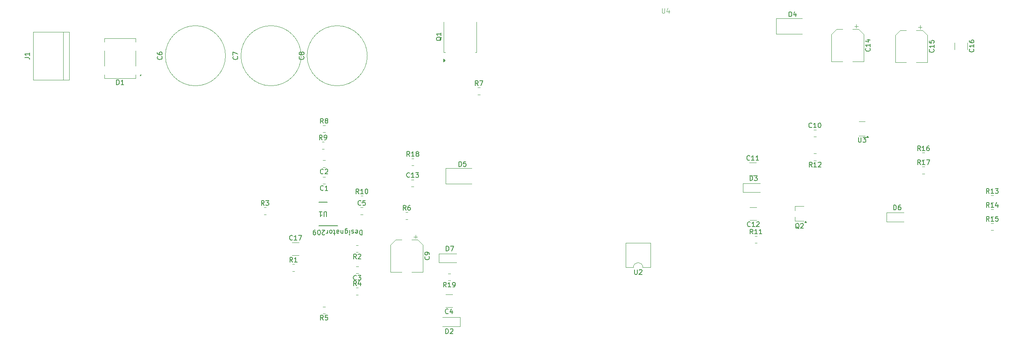
<source format=gbr>
%TF.GenerationSoftware,KiCad,Pcbnew,9.0.1*%
%TF.CreationDate,2025-04-24T14:38:41+02:00*%
%TF.ProjectId,flyback,666c7962-6163-46b2-9e6b-696361645f70,rev?*%
%TF.SameCoordinates,Original*%
%TF.FileFunction,Legend,Top*%
%TF.FilePolarity,Positive*%
%FSLAX46Y46*%
G04 Gerber Fmt 4.6, Leading zero omitted, Abs format (unit mm)*
G04 Created by KiCad (PCBNEW 9.0.1) date 2025-04-24 14:38:41*
%MOMM*%
%LPD*%
G01*
G04 APERTURE LIST*
%ADD10C,0.150000*%
%ADD11C,0.100000*%
%ADD12C,0.200000*%
%ADD13C,0.120000*%
G04 APERTURE END LIST*
D10*
X97761904Y-95045180D02*
X97761904Y-94235657D01*
X97761904Y-94235657D02*
X97714285Y-94140419D01*
X97714285Y-94140419D02*
X97666666Y-94092800D01*
X97666666Y-94092800D02*
X97571428Y-94045180D01*
X97571428Y-94045180D02*
X97380952Y-94045180D01*
X97380952Y-94045180D02*
X97285714Y-94092800D01*
X97285714Y-94092800D02*
X97238095Y-94140419D01*
X97238095Y-94140419D02*
X97190476Y-94235657D01*
X97190476Y-94235657D02*
X97190476Y-95045180D01*
X96190476Y-94045180D02*
X96761904Y-94045180D01*
X96476190Y-94045180D02*
X96476190Y-95045180D01*
X96476190Y-95045180D02*
X96571428Y-94902323D01*
X96571428Y-94902323D02*
X96666666Y-94807085D01*
X96666666Y-94807085D02*
X96761904Y-94759466D01*
X105290866Y-97931380D02*
X105290866Y-98931380D01*
X105290866Y-98931380D02*
X105052771Y-98931380D01*
X105052771Y-98931380D02*
X104909914Y-98883761D01*
X104909914Y-98883761D02*
X104814676Y-98788523D01*
X104814676Y-98788523D02*
X104767057Y-98693285D01*
X104767057Y-98693285D02*
X104719438Y-98502809D01*
X104719438Y-98502809D02*
X104719438Y-98359952D01*
X104719438Y-98359952D02*
X104767057Y-98169476D01*
X104767057Y-98169476D02*
X104814676Y-98074238D01*
X104814676Y-98074238D02*
X104909914Y-97979000D01*
X104909914Y-97979000D02*
X105052771Y-97931380D01*
X105052771Y-97931380D02*
X105290866Y-97931380D01*
X103909914Y-97979000D02*
X104005152Y-97931380D01*
X104005152Y-97931380D02*
X104195628Y-97931380D01*
X104195628Y-97931380D02*
X104290866Y-97979000D01*
X104290866Y-97979000D02*
X104338485Y-98074238D01*
X104338485Y-98074238D02*
X104338485Y-98455190D01*
X104338485Y-98455190D02*
X104290866Y-98550428D01*
X104290866Y-98550428D02*
X104195628Y-98598047D01*
X104195628Y-98598047D02*
X104005152Y-98598047D01*
X104005152Y-98598047D02*
X103909914Y-98550428D01*
X103909914Y-98550428D02*
X103862295Y-98455190D01*
X103862295Y-98455190D02*
X103862295Y-98359952D01*
X103862295Y-98359952D02*
X104338485Y-98264714D01*
X103481342Y-97979000D02*
X103386104Y-97931380D01*
X103386104Y-97931380D02*
X103195628Y-97931380D01*
X103195628Y-97931380D02*
X103100390Y-97979000D01*
X103100390Y-97979000D02*
X103052771Y-98074238D01*
X103052771Y-98074238D02*
X103052771Y-98121857D01*
X103052771Y-98121857D02*
X103100390Y-98217095D01*
X103100390Y-98217095D02*
X103195628Y-98264714D01*
X103195628Y-98264714D02*
X103338485Y-98264714D01*
X103338485Y-98264714D02*
X103433723Y-98312333D01*
X103433723Y-98312333D02*
X103481342Y-98407571D01*
X103481342Y-98407571D02*
X103481342Y-98455190D01*
X103481342Y-98455190D02*
X103433723Y-98550428D01*
X103433723Y-98550428D02*
X103338485Y-98598047D01*
X103338485Y-98598047D02*
X103195628Y-98598047D01*
X103195628Y-98598047D02*
X103100390Y-98550428D01*
X102624199Y-97931380D02*
X102624199Y-98598047D01*
X102624199Y-98931380D02*
X102671818Y-98883761D01*
X102671818Y-98883761D02*
X102624199Y-98836142D01*
X102624199Y-98836142D02*
X102576580Y-98883761D01*
X102576580Y-98883761D02*
X102624199Y-98931380D01*
X102624199Y-98931380D02*
X102624199Y-98836142D01*
X101719438Y-98598047D02*
X101719438Y-97788523D01*
X101719438Y-97788523D02*
X101767057Y-97693285D01*
X101767057Y-97693285D02*
X101814676Y-97645666D01*
X101814676Y-97645666D02*
X101909914Y-97598047D01*
X101909914Y-97598047D02*
X102052771Y-97598047D01*
X102052771Y-97598047D02*
X102148009Y-97645666D01*
X101719438Y-97979000D02*
X101814676Y-97931380D01*
X101814676Y-97931380D02*
X102005152Y-97931380D01*
X102005152Y-97931380D02*
X102100390Y-97979000D01*
X102100390Y-97979000D02*
X102148009Y-98026619D01*
X102148009Y-98026619D02*
X102195628Y-98121857D01*
X102195628Y-98121857D02*
X102195628Y-98407571D01*
X102195628Y-98407571D02*
X102148009Y-98502809D01*
X102148009Y-98502809D02*
X102100390Y-98550428D01*
X102100390Y-98550428D02*
X102005152Y-98598047D01*
X102005152Y-98598047D02*
X101814676Y-98598047D01*
X101814676Y-98598047D02*
X101719438Y-98550428D01*
X101243247Y-98598047D02*
X101243247Y-97931380D01*
X101243247Y-98502809D02*
X101195628Y-98550428D01*
X101195628Y-98550428D02*
X101100390Y-98598047D01*
X101100390Y-98598047D02*
X100957533Y-98598047D01*
X100957533Y-98598047D02*
X100862295Y-98550428D01*
X100862295Y-98550428D02*
X100814676Y-98455190D01*
X100814676Y-98455190D02*
X100814676Y-97931380D01*
X99909914Y-97931380D02*
X99909914Y-98455190D01*
X99909914Y-98455190D02*
X99957533Y-98550428D01*
X99957533Y-98550428D02*
X100052771Y-98598047D01*
X100052771Y-98598047D02*
X100243247Y-98598047D01*
X100243247Y-98598047D02*
X100338485Y-98550428D01*
X99909914Y-97979000D02*
X100005152Y-97931380D01*
X100005152Y-97931380D02*
X100243247Y-97931380D01*
X100243247Y-97931380D02*
X100338485Y-97979000D01*
X100338485Y-97979000D02*
X100386104Y-98074238D01*
X100386104Y-98074238D02*
X100386104Y-98169476D01*
X100386104Y-98169476D02*
X100338485Y-98264714D01*
X100338485Y-98264714D02*
X100243247Y-98312333D01*
X100243247Y-98312333D02*
X100005152Y-98312333D01*
X100005152Y-98312333D02*
X99909914Y-98359952D01*
X99576580Y-98598047D02*
X99195628Y-98598047D01*
X99433723Y-98931380D02*
X99433723Y-98074238D01*
X99433723Y-98074238D02*
X99386104Y-97979000D01*
X99386104Y-97979000D02*
X99290866Y-97931380D01*
X99290866Y-97931380D02*
X99195628Y-97931380D01*
X98719437Y-97931380D02*
X98814675Y-97979000D01*
X98814675Y-97979000D02*
X98862294Y-98026619D01*
X98862294Y-98026619D02*
X98909913Y-98121857D01*
X98909913Y-98121857D02*
X98909913Y-98407571D01*
X98909913Y-98407571D02*
X98862294Y-98502809D01*
X98862294Y-98502809D02*
X98814675Y-98550428D01*
X98814675Y-98550428D02*
X98719437Y-98598047D01*
X98719437Y-98598047D02*
X98576580Y-98598047D01*
X98576580Y-98598047D02*
X98481342Y-98550428D01*
X98481342Y-98550428D02*
X98433723Y-98502809D01*
X98433723Y-98502809D02*
X98386104Y-98407571D01*
X98386104Y-98407571D02*
X98386104Y-98121857D01*
X98386104Y-98121857D02*
X98433723Y-98026619D01*
X98433723Y-98026619D02*
X98481342Y-97979000D01*
X98481342Y-97979000D02*
X98576580Y-97931380D01*
X98576580Y-97931380D02*
X98719437Y-97931380D01*
X97957532Y-97931380D02*
X97957532Y-98598047D01*
X97957532Y-98407571D02*
X97909913Y-98502809D01*
X97909913Y-98502809D02*
X97862294Y-98550428D01*
X97862294Y-98550428D02*
X97767056Y-98598047D01*
X97767056Y-98598047D02*
X97671818Y-98598047D01*
X97386103Y-98836142D02*
X97338484Y-98883761D01*
X97338484Y-98883761D02*
X97243246Y-98931380D01*
X97243246Y-98931380D02*
X97005151Y-98931380D01*
X97005151Y-98931380D02*
X96909913Y-98883761D01*
X96909913Y-98883761D02*
X96862294Y-98836142D01*
X96862294Y-98836142D02*
X96814675Y-98740904D01*
X96814675Y-98740904D02*
X96814675Y-98645666D01*
X96814675Y-98645666D02*
X96862294Y-98502809D01*
X96862294Y-98502809D02*
X97433722Y-97931380D01*
X97433722Y-97931380D02*
X96814675Y-97931380D01*
X96195627Y-98931380D02*
X96100389Y-98931380D01*
X96100389Y-98931380D02*
X96005151Y-98883761D01*
X96005151Y-98883761D02*
X95957532Y-98836142D01*
X95957532Y-98836142D02*
X95909913Y-98740904D01*
X95909913Y-98740904D02*
X95862294Y-98550428D01*
X95862294Y-98550428D02*
X95862294Y-98312333D01*
X95862294Y-98312333D02*
X95909913Y-98121857D01*
X95909913Y-98121857D02*
X95957532Y-98026619D01*
X95957532Y-98026619D02*
X96005151Y-97979000D01*
X96005151Y-97979000D02*
X96100389Y-97931380D01*
X96100389Y-97931380D02*
X96195627Y-97931380D01*
X96195627Y-97931380D02*
X96290865Y-97979000D01*
X96290865Y-97979000D02*
X96338484Y-98026619D01*
X96338484Y-98026619D02*
X96386103Y-98121857D01*
X96386103Y-98121857D02*
X96433722Y-98312333D01*
X96433722Y-98312333D02*
X96433722Y-98550428D01*
X96433722Y-98550428D02*
X96386103Y-98740904D01*
X96386103Y-98740904D02*
X96338484Y-98836142D01*
X96338484Y-98836142D02*
X96290865Y-98883761D01*
X96290865Y-98883761D02*
X96195627Y-98931380D01*
X95386103Y-97931380D02*
X95195627Y-97931380D01*
X95195627Y-97931380D02*
X95100389Y-97979000D01*
X95100389Y-97979000D02*
X95052770Y-98026619D01*
X95052770Y-98026619D02*
X94957532Y-98169476D01*
X94957532Y-98169476D02*
X94909913Y-98359952D01*
X94909913Y-98359952D02*
X94909913Y-98740904D01*
X94909913Y-98740904D02*
X94957532Y-98836142D01*
X94957532Y-98836142D02*
X95005151Y-98883761D01*
X95005151Y-98883761D02*
X95100389Y-98931380D01*
X95100389Y-98931380D02*
X95290865Y-98931380D01*
X95290865Y-98931380D02*
X95386103Y-98883761D01*
X95386103Y-98883761D02*
X95433722Y-98836142D01*
X95433722Y-98836142D02*
X95481341Y-98740904D01*
X95481341Y-98740904D02*
X95481341Y-98502809D01*
X95481341Y-98502809D02*
X95433722Y-98407571D01*
X95433722Y-98407571D02*
X95386103Y-98359952D01*
X95386103Y-98359952D02*
X95290865Y-98312333D01*
X95290865Y-98312333D02*
X95100389Y-98312333D01*
X95100389Y-98312333D02*
X95005151Y-98359952D01*
X95005151Y-98359952D02*
X94957532Y-98407571D01*
X94957532Y-98407571D02*
X94909913Y-98502809D01*
X200444642Y-76129580D02*
X200397023Y-76177200D01*
X200397023Y-76177200D02*
X200254166Y-76224819D01*
X200254166Y-76224819D02*
X200158928Y-76224819D01*
X200158928Y-76224819D02*
X200016071Y-76177200D01*
X200016071Y-76177200D02*
X199920833Y-76081961D01*
X199920833Y-76081961D02*
X199873214Y-75986723D01*
X199873214Y-75986723D02*
X199825595Y-75796247D01*
X199825595Y-75796247D02*
X199825595Y-75653390D01*
X199825595Y-75653390D02*
X199873214Y-75462914D01*
X199873214Y-75462914D02*
X199920833Y-75367676D01*
X199920833Y-75367676D02*
X200016071Y-75272438D01*
X200016071Y-75272438D02*
X200158928Y-75224819D01*
X200158928Y-75224819D02*
X200254166Y-75224819D01*
X200254166Y-75224819D02*
X200397023Y-75272438D01*
X200397023Y-75272438D02*
X200444642Y-75320057D01*
X201397023Y-76224819D02*
X200825595Y-76224819D01*
X201111309Y-76224819D02*
X201111309Y-75224819D01*
X201111309Y-75224819D02*
X201016071Y-75367676D01*
X201016071Y-75367676D02*
X200920833Y-75462914D01*
X200920833Y-75462914D02*
X200825595Y-75510533D01*
X202016071Y-75224819D02*
X202111309Y-75224819D01*
X202111309Y-75224819D02*
X202206547Y-75272438D01*
X202206547Y-75272438D02*
X202254166Y-75320057D01*
X202254166Y-75320057D02*
X202301785Y-75415295D01*
X202301785Y-75415295D02*
X202349404Y-75605771D01*
X202349404Y-75605771D02*
X202349404Y-75843866D01*
X202349404Y-75843866D02*
X202301785Y-76034342D01*
X202301785Y-76034342D02*
X202254166Y-76129580D01*
X202254166Y-76129580D02*
X202206547Y-76177200D01*
X202206547Y-76177200D02*
X202111309Y-76224819D01*
X202111309Y-76224819D02*
X202016071Y-76224819D01*
X202016071Y-76224819D02*
X201920833Y-76177200D01*
X201920833Y-76177200D02*
X201873214Y-76129580D01*
X201873214Y-76129580D02*
X201825595Y-76034342D01*
X201825595Y-76034342D02*
X201777976Y-75843866D01*
X201777976Y-75843866D02*
X201777976Y-75605771D01*
X201777976Y-75605771D02*
X201825595Y-75415295D01*
X201825595Y-75415295D02*
X201873214Y-75320057D01*
X201873214Y-75320057D02*
X201920833Y-75272438D01*
X201920833Y-75272438D02*
X202016071Y-75224819D01*
X237982142Y-96054819D02*
X237648809Y-95578628D01*
X237410714Y-96054819D02*
X237410714Y-95054819D01*
X237410714Y-95054819D02*
X237791666Y-95054819D01*
X237791666Y-95054819D02*
X237886904Y-95102438D01*
X237886904Y-95102438D02*
X237934523Y-95150057D01*
X237934523Y-95150057D02*
X237982142Y-95245295D01*
X237982142Y-95245295D02*
X237982142Y-95388152D01*
X237982142Y-95388152D02*
X237934523Y-95483390D01*
X237934523Y-95483390D02*
X237886904Y-95531009D01*
X237886904Y-95531009D02*
X237791666Y-95578628D01*
X237791666Y-95578628D02*
X237410714Y-95578628D01*
X238934523Y-96054819D02*
X238363095Y-96054819D01*
X238648809Y-96054819D02*
X238648809Y-95054819D01*
X238648809Y-95054819D02*
X238553571Y-95197676D01*
X238553571Y-95197676D02*
X238458333Y-95292914D01*
X238458333Y-95292914D02*
X238363095Y-95340533D01*
X239839285Y-95054819D02*
X239363095Y-95054819D01*
X239363095Y-95054819D02*
X239315476Y-95531009D01*
X239315476Y-95531009D02*
X239363095Y-95483390D01*
X239363095Y-95483390D02*
X239458333Y-95435771D01*
X239458333Y-95435771D02*
X239696428Y-95435771D01*
X239696428Y-95435771D02*
X239791666Y-95483390D01*
X239791666Y-95483390D02*
X239839285Y-95531009D01*
X239839285Y-95531009D02*
X239886904Y-95626247D01*
X239886904Y-95626247D02*
X239886904Y-95864342D01*
X239886904Y-95864342D02*
X239839285Y-95959580D01*
X239839285Y-95959580D02*
X239791666Y-96007200D01*
X239791666Y-96007200D02*
X239696428Y-96054819D01*
X239696428Y-96054819D02*
X239458333Y-96054819D01*
X239458333Y-96054819D02*
X239363095Y-96007200D01*
X239363095Y-96007200D02*
X239315476Y-95959580D01*
X210300595Y-78304819D02*
X210300595Y-79114342D01*
X210300595Y-79114342D02*
X210348214Y-79209580D01*
X210348214Y-79209580D02*
X210395833Y-79257200D01*
X210395833Y-79257200D02*
X210491071Y-79304819D01*
X210491071Y-79304819D02*
X210681547Y-79304819D01*
X210681547Y-79304819D02*
X210776785Y-79257200D01*
X210776785Y-79257200D02*
X210824404Y-79209580D01*
X210824404Y-79209580D02*
X210872023Y-79114342D01*
X210872023Y-79114342D02*
X210872023Y-78304819D01*
X211252976Y-78304819D02*
X211872023Y-78304819D01*
X211872023Y-78304819D02*
X211538690Y-78685771D01*
X211538690Y-78685771D02*
X211681547Y-78685771D01*
X211681547Y-78685771D02*
X211776785Y-78733390D01*
X211776785Y-78733390D02*
X211824404Y-78781009D01*
X211824404Y-78781009D02*
X211872023Y-78876247D01*
X211872023Y-78876247D02*
X211872023Y-79114342D01*
X211872023Y-79114342D02*
X211824404Y-79209580D01*
X211824404Y-79209580D02*
X211776785Y-79257200D01*
X211776785Y-79257200D02*
X211681547Y-79304819D01*
X211681547Y-79304819D02*
X211395833Y-79304819D01*
X211395833Y-79304819D02*
X211300595Y-79257200D01*
X211300595Y-79257200D02*
X211252976Y-79209580D01*
X200482142Y-84554819D02*
X200148809Y-84078628D01*
X199910714Y-84554819D02*
X199910714Y-83554819D01*
X199910714Y-83554819D02*
X200291666Y-83554819D01*
X200291666Y-83554819D02*
X200386904Y-83602438D01*
X200386904Y-83602438D02*
X200434523Y-83650057D01*
X200434523Y-83650057D02*
X200482142Y-83745295D01*
X200482142Y-83745295D02*
X200482142Y-83888152D01*
X200482142Y-83888152D02*
X200434523Y-83983390D01*
X200434523Y-83983390D02*
X200386904Y-84031009D01*
X200386904Y-84031009D02*
X200291666Y-84078628D01*
X200291666Y-84078628D02*
X199910714Y-84078628D01*
X201434523Y-84554819D02*
X200863095Y-84554819D01*
X201148809Y-84554819D02*
X201148809Y-83554819D01*
X201148809Y-83554819D02*
X201053571Y-83697676D01*
X201053571Y-83697676D02*
X200958333Y-83792914D01*
X200958333Y-83792914D02*
X200863095Y-83840533D01*
X201815476Y-83650057D02*
X201863095Y-83602438D01*
X201863095Y-83602438D02*
X201958333Y-83554819D01*
X201958333Y-83554819D02*
X202196428Y-83554819D01*
X202196428Y-83554819D02*
X202291666Y-83602438D01*
X202291666Y-83602438D02*
X202339285Y-83650057D01*
X202339285Y-83650057D02*
X202386904Y-83745295D01*
X202386904Y-83745295D02*
X202386904Y-83840533D01*
X202386904Y-83840533D02*
X202339285Y-83983390D01*
X202339285Y-83983390D02*
X201767857Y-84554819D01*
X201767857Y-84554819D02*
X202386904Y-84554819D01*
X187982142Y-98754819D02*
X187648809Y-98278628D01*
X187410714Y-98754819D02*
X187410714Y-97754819D01*
X187410714Y-97754819D02*
X187791666Y-97754819D01*
X187791666Y-97754819D02*
X187886904Y-97802438D01*
X187886904Y-97802438D02*
X187934523Y-97850057D01*
X187934523Y-97850057D02*
X187982142Y-97945295D01*
X187982142Y-97945295D02*
X187982142Y-98088152D01*
X187982142Y-98088152D02*
X187934523Y-98183390D01*
X187934523Y-98183390D02*
X187886904Y-98231009D01*
X187886904Y-98231009D02*
X187791666Y-98278628D01*
X187791666Y-98278628D02*
X187410714Y-98278628D01*
X188934523Y-98754819D02*
X188363095Y-98754819D01*
X188648809Y-98754819D02*
X188648809Y-97754819D01*
X188648809Y-97754819D02*
X188553571Y-97897676D01*
X188553571Y-97897676D02*
X188458333Y-97992914D01*
X188458333Y-97992914D02*
X188363095Y-98040533D01*
X189886904Y-98754819D02*
X189315476Y-98754819D01*
X189601190Y-98754819D02*
X189601190Y-97754819D01*
X189601190Y-97754819D02*
X189505952Y-97897676D01*
X189505952Y-97897676D02*
X189410714Y-97992914D01*
X189410714Y-97992914D02*
X189315476Y-98040533D01*
X237982142Y-90154819D02*
X237648809Y-89678628D01*
X237410714Y-90154819D02*
X237410714Y-89154819D01*
X237410714Y-89154819D02*
X237791666Y-89154819D01*
X237791666Y-89154819D02*
X237886904Y-89202438D01*
X237886904Y-89202438D02*
X237934523Y-89250057D01*
X237934523Y-89250057D02*
X237982142Y-89345295D01*
X237982142Y-89345295D02*
X237982142Y-89488152D01*
X237982142Y-89488152D02*
X237934523Y-89583390D01*
X237934523Y-89583390D02*
X237886904Y-89631009D01*
X237886904Y-89631009D02*
X237791666Y-89678628D01*
X237791666Y-89678628D02*
X237410714Y-89678628D01*
X238934523Y-90154819D02*
X238363095Y-90154819D01*
X238648809Y-90154819D02*
X238648809Y-89154819D01*
X238648809Y-89154819D02*
X238553571Y-89297676D01*
X238553571Y-89297676D02*
X238458333Y-89392914D01*
X238458333Y-89392914D02*
X238363095Y-89440533D01*
X239267857Y-89154819D02*
X239886904Y-89154819D01*
X239886904Y-89154819D02*
X239553571Y-89535771D01*
X239553571Y-89535771D02*
X239696428Y-89535771D01*
X239696428Y-89535771D02*
X239791666Y-89583390D01*
X239791666Y-89583390D02*
X239839285Y-89631009D01*
X239839285Y-89631009D02*
X239886904Y-89726247D01*
X239886904Y-89726247D02*
X239886904Y-89964342D01*
X239886904Y-89964342D02*
X239839285Y-90059580D01*
X239839285Y-90059580D02*
X239791666Y-90107200D01*
X239791666Y-90107200D02*
X239696428Y-90154819D01*
X239696428Y-90154819D02*
X239410714Y-90154819D01*
X239410714Y-90154819D02*
X239315476Y-90107200D01*
X239315476Y-90107200D02*
X239267857Y-90059580D01*
X237982142Y-93104819D02*
X237648809Y-92628628D01*
X237410714Y-93104819D02*
X237410714Y-92104819D01*
X237410714Y-92104819D02*
X237791666Y-92104819D01*
X237791666Y-92104819D02*
X237886904Y-92152438D01*
X237886904Y-92152438D02*
X237934523Y-92200057D01*
X237934523Y-92200057D02*
X237982142Y-92295295D01*
X237982142Y-92295295D02*
X237982142Y-92438152D01*
X237982142Y-92438152D02*
X237934523Y-92533390D01*
X237934523Y-92533390D02*
X237886904Y-92581009D01*
X237886904Y-92581009D02*
X237791666Y-92628628D01*
X237791666Y-92628628D02*
X237410714Y-92628628D01*
X238934523Y-93104819D02*
X238363095Y-93104819D01*
X238648809Y-93104819D02*
X238648809Y-92104819D01*
X238648809Y-92104819D02*
X238553571Y-92247676D01*
X238553571Y-92247676D02*
X238458333Y-92342914D01*
X238458333Y-92342914D02*
X238363095Y-92390533D01*
X239791666Y-92438152D02*
X239791666Y-93104819D01*
X239553571Y-92057200D02*
X239315476Y-92771485D01*
X239315476Y-92771485D02*
X239934523Y-92771485D01*
X162928095Y-106324819D02*
X162928095Y-107134342D01*
X162928095Y-107134342D02*
X162975714Y-107229580D01*
X162975714Y-107229580D02*
X163023333Y-107277200D01*
X163023333Y-107277200D02*
X163118571Y-107324819D01*
X163118571Y-107324819D02*
X163309047Y-107324819D01*
X163309047Y-107324819D02*
X163404285Y-107277200D01*
X163404285Y-107277200D02*
X163451904Y-107229580D01*
X163451904Y-107229580D02*
X163499523Y-107134342D01*
X163499523Y-107134342D02*
X163499523Y-106324819D01*
X163928095Y-106420057D02*
X163975714Y-106372438D01*
X163975714Y-106372438D02*
X164070952Y-106324819D01*
X164070952Y-106324819D02*
X164309047Y-106324819D01*
X164309047Y-106324819D02*
X164404285Y-106372438D01*
X164404285Y-106372438D02*
X164451904Y-106420057D01*
X164451904Y-106420057D02*
X164499523Y-106515295D01*
X164499523Y-106515295D02*
X164499523Y-106610533D01*
X164499523Y-106610533D02*
X164451904Y-106753390D01*
X164451904Y-106753390D02*
X163880476Y-107324819D01*
X163880476Y-107324819D02*
X164499523Y-107324819D01*
X187419642Y-97109580D02*
X187372023Y-97157200D01*
X187372023Y-97157200D02*
X187229166Y-97204819D01*
X187229166Y-97204819D02*
X187133928Y-97204819D01*
X187133928Y-97204819D02*
X186991071Y-97157200D01*
X186991071Y-97157200D02*
X186895833Y-97061961D01*
X186895833Y-97061961D02*
X186848214Y-96966723D01*
X186848214Y-96966723D02*
X186800595Y-96776247D01*
X186800595Y-96776247D02*
X186800595Y-96633390D01*
X186800595Y-96633390D02*
X186848214Y-96442914D01*
X186848214Y-96442914D02*
X186895833Y-96347676D01*
X186895833Y-96347676D02*
X186991071Y-96252438D01*
X186991071Y-96252438D02*
X187133928Y-96204819D01*
X187133928Y-96204819D02*
X187229166Y-96204819D01*
X187229166Y-96204819D02*
X187372023Y-96252438D01*
X187372023Y-96252438D02*
X187419642Y-96300057D01*
X188372023Y-97204819D02*
X187800595Y-97204819D01*
X188086309Y-97204819D02*
X188086309Y-96204819D01*
X188086309Y-96204819D02*
X187991071Y-96347676D01*
X187991071Y-96347676D02*
X187895833Y-96442914D01*
X187895833Y-96442914D02*
X187800595Y-96490533D01*
X188752976Y-96300057D02*
X188800595Y-96252438D01*
X188800595Y-96252438D02*
X188895833Y-96204819D01*
X188895833Y-96204819D02*
X189133928Y-96204819D01*
X189133928Y-96204819D02*
X189229166Y-96252438D01*
X189229166Y-96252438D02*
X189276785Y-96300057D01*
X189276785Y-96300057D02*
X189324404Y-96395295D01*
X189324404Y-96395295D02*
X189324404Y-96490533D01*
X189324404Y-96490533D02*
X189276785Y-96633390D01*
X189276785Y-96633390D02*
X188705357Y-97204819D01*
X188705357Y-97204819D02*
X189324404Y-97204819D01*
X212709580Y-59442857D02*
X212757200Y-59490476D01*
X212757200Y-59490476D02*
X212804819Y-59633333D01*
X212804819Y-59633333D02*
X212804819Y-59728571D01*
X212804819Y-59728571D02*
X212757200Y-59871428D01*
X212757200Y-59871428D02*
X212661961Y-59966666D01*
X212661961Y-59966666D02*
X212566723Y-60014285D01*
X212566723Y-60014285D02*
X212376247Y-60061904D01*
X212376247Y-60061904D02*
X212233390Y-60061904D01*
X212233390Y-60061904D02*
X212042914Y-60014285D01*
X212042914Y-60014285D02*
X211947676Y-59966666D01*
X211947676Y-59966666D02*
X211852438Y-59871428D01*
X211852438Y-59871428D02*
X211804819Y-59728571D01*
X211804819Y-59728571D02*
X211804819Y-59633333D01*
X211804819Y-59633333D02*
X211852438Y-59490476D01*
X211852438Y-59490476D02*
X211900057Y-59442857D01*
X212804819Y-58490476D02*
X212804819Y-59061904D01*
X212804819Y-58776190D02*
X211804819Y-58776190D01*
X211804819Y-58776190D02*
X211947676Y-58871428D01*
X211947676Y-58871428D02*
X212042914Y-58966666D01*
X212042914Y-58966666D02*
X212090533Y-59061904D01*
X212138152Y-57633333D02*
X212804819Y-57633333D01*
X211757200Y-57871428D02*
X212471485Y-58109523D01*
X212471485Y-58109523D02*
X212471485Y-57490476D01*
X187294642Y-83059580D02*
X187247023Y-83107200D01*
X187247023Y-83107200D02*
X187104166Y-83154819D01*
X187104166Y-83154819D02*
X187008928Y-83154819D01*
X187008928Y-83154819D02*
X186866071Y-83107200D01*
X186866071Y-83107200D02*
X186770833Y-83011961D01*
X186770833Y-83011961D02*
X186723214Y-82916723D01*
X186723214Y-82916723D02*
X186675595Y-82726247D01*
X186675595Y-82726247D02*
X186675595Y-82583390D01*
X186675595Y-82583390D02*
X186723214Y-82392914D01*
X186723214Y-82392914D02*
X186770833Y-82297676D01*
X186770833Y-82297676D02*
X186866071Y-82202438D01*
X186866071Y-82202438D02*
X187008928Y-82154819D01*
X187008928Y-82154819D02*
X187104166Y-82154819D01*
X187104166Y-82154819D02*
X187247023Y-82202438D01*
X187247023Y-82202438D02*
X187294642Y-82250057D01*
X188247023Y-83154819D02*
X187675595Y-83154819D01*
X187961309Y-83154819D02*
X187961309Y-82154819D01*
X187961309Y-82154819D02*
X187866071Y-82297676D01*
X187866071Y-82297676D02*
X187770833Y-82392914D01*
X187770833Y-82392914D02*
X187675595Y-82440533D01*
X189199404Y-83154819D02*
X188627976Y-83154819D01*
X188913690Y-83154819D02*
X188913690Y-82154819D01*
X188913690Y-82154819D02*
X188818452Y-82297676D01*
X188818452Y-82297676D02*
X188723214Y-82392914D01*
X188723214Y-82392914D02*
X188627976Y-82440533D01*
X217764405Y-93654819D02*
X217764405Y-92654819D01*
X217764405Y-92654819D02*
X218002500Y-92654819D01*
X218002500Y-92654819D02*
X218145357Y-92702438D01*
X218145357Y-92702438D02*
X218240595Y-92797676D01*
X218240595Y-92797676D02*
X218288214Y-92892914D01*
X218288214Y-92892914D02*
X218335833Y-93083390D01*
X218335833Y-93083390D02*
X218335833Y-93226247D01*
X218335833Y-93226247D02*
X218288214Y-93416723D01*
X218288214Y-93416723D02*
X218240595Y-93511961D01*
X218240595Y-93511961D02*
X218145357Y-93607200D01*
X218145357Y-93607200D02*
X218002500Y-93654819D01*
X218002500Y-93654819D02*
X217764405Y-93654819D01*
X219192976Y-92654819D02*
X219002500Y-92654819D01*
X219002500Y-92654819D02*
X218907262Y-92702438D01*
X218907262Y-92702438D02*
X218859643Y-92750057D01*
X218859643Y-92750057D02*
X218764405Y-92892914D01*
X218764405Y-92892914D02*
X218716786Y-93083390D01*
X218716786Y-93083390D02*
X218716786Y-93464342D01*
X218716786Y-93464342D02*
X218764405Y-93559580D01*
X218764405Y-93559580D02*
X218812024Y-93607200D01*
X218812024Y-93607200D02*
X218907262Y-93654819D01*
X218907262Y-93654819D02*
X219097738Y-93654819D01*
X219097738Y-93654819D02*
X219192976Y-93607200D01*
X219192976Y-93607200D02*
X219240595Y-93559580D01*
X219240595Y-93559580D02*
X219288214Y-93464342D01*
X219288214Y-93464342D02*
X219288214Y-93226247D01*
X219288214Y-93226247D02*
X219240595Y-93131009D01*
X219240595Y-93131009D02*
X219192976Y-93083390D01*
X219192976Y-93083390D02*
X219097738Y-93035771D01*
X219097738Y-93035771D02*
X218907262Y-93035771D01*
X218907262Y-93035771D02*
X218812024Y-93083390D01*
X218812024Y-93083390D02*
X218764405Y-93131009D01*
X218764405Y-93131009D02*
X218716786Y-93226247D01*
X223424642Y-84054819D02*
X223091309Y-83578628D01*
X222853214Y-84054819D02*
X222853214Y-83054819D01*
X222853214Y-83054819D02*
X223234166Y-83054819D01*
X223234166Y-83054819D02*
X223329404Y-83102438D01*
X223329404Y-83102438D02*
X223377023Y-83150057D01*
X223377023Y-83150057D02*
X223424642Y-83245295D01*
X223424642Y-83245295D02*
X223424642Y-83388152D01*
X223424642Y-83388152D02*
X223377023Y-83483390D01*
X223377023Y-83483390D02*
X223329404Y-83531009D01*
X223329404Y-83531009D02*
X223234166Y-83578628D01*
X223234166Y-83578628D02*
X222853214Y-83578628D01*
X224377023Y-84054819D02*
X223805595Y-84054819D01*
X224091309Y-84054819D02*
X224091309Y-83054819D01*
X224091309Y-83054819D02*
X223996071Y-83197676D01*
X223996071Y-83197676D02*
X223900833Y-83292914D01*
X223900833Y-83292914D02*
X223805595Y-83340533D01*
X224710357Y-83054819D02*
X225377023Y-83054819D01*
X225377023Y-83054819D02*
X224948452Y-84054819D01*
X226209580Y-59642857D02*
X226257200Y-59690476D01*
X226257200Y-59690476D02*
X226304819Y-59833333D01*
X226304819Y-59833333D02*
X226304819Y-59928571D01*
X226304819Y-59928571D02*
X226257200Y-60071428D01*
X226257200Y-60071428D02*
X226161961Y-60166666D01*
X226161961Y-60166666D02*
X226066723Y-60214285D01*
X226066723Y-60214285D02*
X225876247Y-60261904D01*
X225876247Y-60261904D02*
X225733390Y-60261904D01*
X225733390Y-60261904D02*
X225542914Y-60214285D01*
X225542914Y-60214285D02*
X225447676Y-60166666D01*
X225447676Y-60166666D02*
X225352438Y-60071428D01*
X225352438Y-60071428D02*
X225304819Y-59928571D01*
X225304819Y-59928571D02*
X225304819Y-59833333D01*
X225304819Y-59833333D02*
X225352438Y-59690476D01*
X225352438Y-59690476D02*
X225400057Y-59642857D01*
X226304819Y-58690476D02*
X226304819Y-59261904D01*
X226304819Y-58976190D02*
X225304819Y-58976190D01*
X225304819Y-58976190D02*
X225447676Y-59071428D01*
X225447676Y-59071428D02*
X225542914Y-59166666D01*
X225542914Y-59166666D02*
X225590533Y-59261904D01*
X225304819Y-57785714D02*
X225304819Y-58261904D01*
X225304819Y-58261904D02*
X225781009Y-58309523D01*
X225781009Y-58309523D02*
X225733390Y-58261904D01*
X225733390Y-58261904D02*
X225685771Y-58166666D01*
X225685771Y-58166666D02*
X225685771Y-57928571D01*
X225685771Y-57928571D02*
X225733390Y-57833333D01*
X225733390Y-57833333D02*
X225781009Y-57785714D01*
X225781009Y-57785714D02*
X225876247Y-57738095D01*
X225876247Y-57738095D02*
X226114342Y-57738095D01*
X226114342Y-57738095D02*
X226209580Y-57785714D01*
X226209580Y-57785714D02*
X226257200Y-57833333D01*
X226257200Y-57833333D02*
X226304819Y-57928571D01*
X226304819Y-57928571D02*
X226304819Y-58166666D01*
X226304819Y-58166666D02*
X226257200Y-58261904D01*
X226257200Y-58261904D02*
X226209580Y-58309523D01*
X223424642Y-81104819D02*
X223091309Y-80628628D01*
X222853214Y-81104819D02*
X222853214Y-80104819D01*
X222853214Y-80104819D02*
X223234166Y-80104819D01*
X223234166Y-80104819D02*
X223329404Y-80152438D01*
X223329404Y-80152438D02*
X223377023Y-80200057D01*
X223377023Y-80200057D02*
X223424642Y-80295295D01*
X223424642Y-80295295D02*
X223424642Y-80438152D01*
X223424642Y-80438152D02*
X223377023Y-80533390D01*
X223377023Y-80533390D02*
X223329404Y-80581009D01*
X223329404Y-80581009D02*
X223234166Y-80628628D01*
X223234166Y-80628628D02*
X222853214Y-80628628D01*
X224377023Y-81104819D02*
X223805595Y-81104819D01*
X224091309Y-81104819D02*
X224091309Y-80104819D01*
X224091309Y-80104819D02*
X223996071Y-80247676D01*
X223996071Y-80247676D02*
X223900833Y-80342914D01*
X223900833Y-80342914D02*
X223805595Y-80390533D01*
X225234166Y-80104819D02*
X225043690Y-80104819D01*
X225043690Y-80104819D02*
X224948452Y-80152438D01*
X224948452Y-80152438D02*
X224900833Y-80200057D01*
X224900833Y-80200057D02*
X224805595Y-80342914D01*
X224805595Y-80342914D02*
X224757976Y-80533390D01*
X224757976Y-80533390D02*
X224757976Y-80914342D01*
X224757976Y-80914342D02*
X224805595Y-81009580D01*
X224805595Y-81009580D02*
X224853214Y-81057200D01*
X224853214Y-81057200D02*
X224948452Y-81104819D01*
X224948452Y-81104819D02*
X225138928Y-81104819D01*
X225138928Y-81104819D02*
X225234166Y-81057200D01*
X225234166Y-81057200D02*
X225281785Y-81009580D01*
X225281785Y-81009580D02*
X225329404Y-80914342D01*
X225329404Y-80914342D02*
X225329404Y-80676247D01*
X225329404Y-80676247D02*
X225281785Y-80581009D01*
X225281785Y-80581009D02*
X225234166Y-80533390D01*
X225234166Y-80533390D02*
X225138928Y-80485771D01*
X225138928Y-80485771D02*
X224948452Y-80485771D01*
X224948452Y-80485771D02*
X224853214Y-80533390D01*
X224853214Y-80533390D02*
X224805595Y-80581009D01*
X224805595Y-80581009D02*
X224757976Y-80676247D01*
X234659580Y-59580357D02*
X234707200Y-59627976D01*
X234707200Y-59627976D02*
X234754819Y-59770833D01*
X234754819Y-59770833D02*
X234754819Y-59866071D01*
X234754819Y-59866071D02*
X234707200Y-60008928D01*
X234707200Y-60008928D02*
X234611961Y-60104166D01*
X234611961Y-60104166D02*
X234516723Y-60151785D01*
X234516723Y-60151785D02*
X234326247Y-60199404D01*
X234326247Y-60199404D02*
X234183390Y-60199404D01*
X234183390Y-60199404D02*
X233992914Y-60151785D01*
X233992914Y-60151785D02*
X233897676Y-60104166D01*
X233897676Y-60104166D02*
X233802438Y-60008928D01*
X233802438Y-60008928D02*
X233754819Y-59866071D01*
X233754819Y-59866071D02*
X233754819Y-59770833D01*
X233754819Y-59770833D02*
X233802438Y-59627976D01*
X233802438Y-59627976D02*
X233850057Y-59580357D01*
X234754819Y-58627976D02*
X234754819Y-59199404D01*
X234754819Y-58913690D02*
X233754819Y-58913690D01*
X233754819Y-58913690D02*
X233897676Y-59008928D01*
X233897676Y-59008928D02*
X233992914Y-59104166D01*
X233992914Y-59104166D02*
X234040533Y-59199404D01*
X233754819Y-57770833D02*
X233754819Y-57961309D01*
X233754819Y-57961309D02*
X233802438Y-58056547D01*
X233802438Y-58056547D02*
X233850057Y-58104166D01*
X233850057Y-58104166D02*
X233992914Y-58199404D01*
X233992914Y-58199404D02*
X234183390Y-58247023D01*
X234183390Y-58247023D02*
X234564342Y-58247023D01*
X234564342Y-58247023D02*
X234659580Y-58199404D01*
X234659580Y-58199404D02*
X234707200Y-58151785D01*
X234707200Y-58151785D02*
X234754819Y-58056547D01*
X234754819Y-58056547D02*
X234754819Y-57866071D01*
X234754819Y-57866071D02*
X234707200Y-57770833D01*
X234707200Y-57770833D02*
X234659580Y-57723214D01*
X234659580Y-57723214D02*
X234564342Y-57675595D01*
X234564342Y-57675595D02*
X234326247Y-57675595D01*
X234326247Y-57675595D02*
X234231009Y-57723214D01*
X234231009Y-57723214D02*
X234183390Y-57770833D01*
X234183390Y-57770833D02*
X234135771Y-57866071D01*
X234135771Y-57866071D02*
X234135771Y-58056547D01*
X234135771Y-58056547D02*
X234183390Y-58151785D01*
X234183390Y-58151785D02*
X234231009Y-58199404D01*
X234231009Y-58199404D02*
X234326247Y-58247023D01*
D11*
X168738095Y-50957419D02*
X168738095Y-51766942D01*
X168738095Y-51766942D02*
X168785714Y-51862180D01*
X168785714Y-51862180D02*
X168833333Y-51909800D01*
X168833333Y-51909800D02*
X168928571Y-51957419D01*
X168928571Y-51957419D02*
X169119047Y-51957419D01*
X169119047Y-51957419D02*
X169214285Y-51909800D01*
X169214285Y-51909800D02*
X169261904Y-51862180D01*
X169261904Y-51862180D02*
X169309523Y-51766942D01*
X169309523Y-51766942D02*
X169309523Y-50957419D01*
X170214285Y-51290752D02*
X170214285Y-51957419D01*
X169976190Y-50909800D02*
X169738095Y-51624085D01*
X169738095Y-51624085D02*
X170357142Y-51624085D01*
D10*
X197739761Y-97650057D02*
X197644523Y-97602438D01*
X197644523Y-97602438D02*
X197549285Y-97507200D01*
X197549285Y-97507200D02*
X197406428Y-97364342D01*
X197406428Y-97364342D02*
X197311190Y-97316723D01*
X197311190Y-97316723D02*
X197215952Y-97316723D01*
X197263571Y-97554819D02*
X197168333Y-97507200D01*
X197168333Y-97507200D02*
X197073095Y-97411961D01*
X197073095Y-97411961D02*
X197025476Y-97221485D01*
X197025476Y-97221485D02*
X197025476Y-96888152D01*
X197025476Y-96888152D02*
X197073095Y-96697676D01*
X197073095Y-96697676D02*
X197168333Y-96602438D01*
X197168333Y-96602438D02*
X197263571Y-96554819D01*
X197263571Y-96554819D02*
X197454047Y-96554819D01*
X197454047Y-96554819D02*
X197549285Y-96602438D01*
X197549285Y-96602438D02*
X197644523Y-96697676D01*
X197644523Y-96697676D02*
X197692142Y-96888152D01*
X197692142Y-96888152D02*
X197692142Y-97221485D01*
X197692142Y-97221485D02*
X197644523Y-97411961D01*
X197644523Y-97411961D02*
X197549285Y-97507200D01*
X197549285Y-97507200D02*
X197454047Y-97554819D01*
X197454047Y-97554819D02*
X197263571Y-97554819D01*
X198073095Y-96650057D02*
X198120714Y-96602438D01*
X198120714Y-96602438D02*
X198215952Y-96554819D01*
X198215952Y-96554819D02*
X198454047Y-96554819D01*
X198454047Y-96554819D02*
X198549285Y-96602438D01*
X198549285Y-96602438D02*
X198596904Y-96650057D01*
X198596904Y-96650057D02*
X198644523Y-96745295D01*
X198644523Y-96745295D02*
X198644523Y-96840533D01*
X198644523Y-96840533D02*
X198596904Y-96983390D01*
X198596904Y-96983390D02*
X198025476Y-97554819D01*
X198025476Y-97554819D02*
X198644523Y-97554819D01*
X187361905Y-87454819D02*
X187361905Y-86454819D01*
X187361905Y-86454819D02*
X187600000Y-86454819D01*
X187600000Y-86454819D02*
X187742857Y-86502438D01*
X187742857Y-86502438D02*
X187838095Y-86597676D01*
X187838095Y-86597676D02*
X187885714Y-86692914D01*
X187885714Y-86692914D02*
X187933333Y-86883390D01*
X187933333Y-86883390D02*
X187933333Y-87026247D01*
X187933333Y-87026247D02*
X187885714Y-87216723D01*
X187885714Y-87216723D02*
X187838095Y-87311961D01*
X187838095Y-87311961D02*
X187742857Y-87407200D01*
X187742857Y-87407200D02*
X187600000Y-87454819D01*
X187600000Y-87454819D02*
X187361905Y-87454819D01*
X188266667Y-86454819D02*
X188885714Y-86454819D01*
X188885714Y-86454819D02*
X188552381Y-86835771D01*
X188552381Y-86835771D02*
X188695238Y-86835771D01*
X188695238Y-86835771D02*
X188790476Y-86883390D01*
X188790476Y-86883390D02*
X188838095Y-86931009D01*
X188838095Y-86931009D02*
X188885714Y-87026247D01*
X188885714Y-87026247D02*
X188885714Y-87264342D01*
X188885714Y-87264342D02*
X188838095Y-87359580D01*
X188838095Y-87359580D02*
X188790476Y-87407200D01*
X188790476Y-87407200D02*
X188695238Y-87454819D01*
X188695238Y-87454819D02*
X188409524Y-87454819D01*
X188409524Y-87454819D02*
X188314286Y-87407200D01*
X188314286Y-87407200D02*
X188266667Y-87359580D01*
X195636905Y-52689819D02*
X195636905Y-51689819D01*
X195636905Y-51689819D02*
X195875000Y-51689819D01*
X195875000Y-51689819D02*
X196017857Y-51737438D01*
X196017857Y-51737438D02*
X196113095Y-51832676D01*
X196113095Y-51832676D02*
X196160714Y-51927914D01*
X196160714Y-51927914D02*
X196208333Y-52118390D01*
X196208333Y-52118390D02*
X196208333Y-52261247D01*
X196208333Y-52261247D02*
X196160714Y-52451723D01*
X196160714Y-52451723D02*
X196113095Y-52546961D01*
X196113095Y-52546961D02*
X196017857Y-52642200D01*
X196017857Y-52642200D02*
X195875000Y-52689819D01*
X195875000Y-52689819D02*
X195636905Y-52689819D01*
X197065476Y-52023152D02*
X197065476Y-52689819D01*
X196827381Y-51642200D02*
X196589286Y-52356485D01*
X196589286Y-52356485D02*
X197208333Y-52356485D01*
X90519642Y-99964580D02*
X90472023Y-100012200D01*
X90472023Y-100012200D02*
X90329166Y-100059819D01*
X90329166Y-100059819D02*
X90233928Y-100059819D01*
X90233928Y-100059819D02*
X90091071Y-100012200D01*
X90091071Y-100012200D02*
X89995833Y-99916961D01*
X89995833Y-99916961D02*
X89948214Y-99821723D01*
X89948214Y-99821723D02*
X89900595Y-99631247D01*
X89900595Y-99631247D02*
X89900595Y-99488390D01*
X89900595Y-99488390D02*
X89948214Y-99297914D01*
X89948214Y-99297914D02*
X89995833Y-99202676D01*
X89995833Y-99202676D02*
X90091071Y-99107438D01*
X90091071Y-99107438D02*
X90233928Y-99059819D01*
X90233928Y-99059819D02*
X90329166Y-99059819D01*
X90329166Y-99059819D02*
X90472023Y-99107438D01*
X90472023Y-99107438D02*
X90519642Y-99155057D01*
X91472023Y-100059819D02*
X90900595Y-100059819D01*
X91186309Y-100059819D02*
X91186309Y-99059819D01*
X91186309Y-99059819D02*
X91091071Y-99202676D01*
X91091071Y-99202676D02*
X90995833Y-99297914D01*
X90995833Y-99297914D02*
X90900595Y-99345533D01*
X91805357Y-99059819D02*
X92472023Y-99059819D01*
X92472023Y-99059819D02*
X92043452Y-100059819D01*
X33874819Y-61373333D02*
X34589104Y-61373333D01*
X34589104Y-61373333D02*
X34731961Y-61420952D01*
X34731961Y-61420952D02*
X34827200Y-61516190D01*
X34827200Y-61516190D02*
X34874819Y-61659047D01*
X34874819Y-61659047D02*
X34874819Y-61754285D01*
X34874819Y-60373333D02*
X34874819Y-60944761D01*
X34874819Y-60659047D02*
X33874819Y-60659047D01*
X33874819Y-60659047D02*
X34017676Y-60754285D01*
X34017676Y-60754285D02*
X34112914Y-60849523D01*
X34112914Y-60849523D02*
X34160533Y-60944761D01*
X123082142Y-110009819D02*
X122748809Y-109533628D01*
X122510714Y-110009819D02*
X122510714Y-109009819D01*
X122510714Y-109009819D02*
X122891666Y-109009819D01*
X122891666Y-109009819D02*
X122986904Y-109057438D01*
X122986904Y-109057438D02*
X123034523Y-109105057D01*
X123034523Y-109105057D02*
X123082142Y-109200295D01*
X123082142Y-109200295D02*
X123082142Y-109343152D01*
X123082142Y-109343152D02*
X123034523Y-109438390D01*
X123034523Y-109438390D02*
X122986904Y-109486009D01*
X122986904Y-109486009D02*
X122891666Y-109533628D01*
X122891666Y-109533628D02*
X122510714Y-109533628D01*
X124034523Y-110009819D02*
X123463095Y-110009819D01*
X123748809Y-110009819D02*
X123748809Y-109009819D01*
X123748809Y-109009819D02*
X123653571Y-109152676D01*
X123653571Y-109152676D02*
X123558333Y-109247914D01*
X123558333Y-109247914D02*
X123463095Y-109295533D01*
X124510714Y-110009819D02*
X124701190Y-110009819D01*
X124701190Y-110009819D02*
X124796428Y-109962200D01*
X124796428Y-109962200D02*
X124844047Y-109914580D01*
X124844047Y-109914580D02*
X124939285Y-109771723D01*
X124939285Y-109771723D02*
X124986904Y-109581247D01*
X124986904Y-109581247D02*
X124986904Y-109200295D01*
X124986904Y-109200295D02*
X124939285Y-109105057D01*
X124939285Y-109105057D02*
X124891666Y-109057438D01*
X124891666Y-109057438D02*
X124796428Y-109009819D01*
X124796428Y-109009819D02*
X124605952Y-109009819D01*
X124605952Y-109009819D02*
X124510714Y-109057438D01*
X124510714Y-109057438D02*
X124463095Y-109105057D01*
X124463095Y-109105057D02*
X124415476Y-109200295D01*
X124415476Y-109200295D02*
X124415476Y-109438390D01*
X124415476Y-109438390D02*
X124463095Y-109533628D01*
X124463095Y-109533628D02*
X124510714Y-109581247D01*
X124510714Y-109581247D02*
X124605952Y-109628866D01*
X124605952Y-109628866D02*
X124796428Y-109628866D01*
X124796428Y-109628866D02*
X124891666Y-109581247D01*
X124891666Y-109581247D02*
X124939285Y-109533628D01*
X124939285Y-109533628D02*
X124986904Y-109438390D01*
X123086905Y-102359819D02*
X123086905Y-101359819D01*
X123086905Y-101359819D02*
X123325000Y-101359819D01*
X123325000Y-101359819D02*
X123467857Y-101407438D01*
X123467857Y-101407438D02*
X123563095Y-101502676D01*
X123563095Y-101502676D02*
X123610714Y-101597914D01*
X123610714Y-101597914D02*
X123658333Y-101788390D01*
X123658333Y-101788390D02*
X123658333Y-101931247D01*
X123658333Y-101931247D02*
X123610714Y-102121723D01*
X123610714Y-102121723D02*
X123563095Y-102216961D01*
X123563095Y-102216961D02*
X123467857Y-102312200D01*
X123467857Y-102312200D02*
X123325000Y-102359819D01*
X123325000Y-102359819D02*
X123086905Y-102359819D01*
X123991667Y-101359819D02*
X124658333Y-101359819D01*
X124658333Y-101359819D02*
X124229762Y-102359819D01*
X125761905Y-84454819D02*
X125761905Y-83454819D01*
X125761905Y-83454819D02*
X126000000Y-83454819D01*
X126000000Y-83454819D02*
X126142857Y-83502438D01*
X126142857Y-83502438D02*
X126238095Y-83597676D01*
X126238095Y-83597676D02*
X126285714Y-83692914D01*
X126285714Y-83692914D02*
X126333333Y-83883390D01*
X126333333Y-83883390D02*
X126333333Y-84026247D01*
X126333333Y-84026247D02*
X126285714Y-84216723D01*
X126285714Y-84216723D02*
X126238095Y-84311961D01*
X126238095Y-84311961D02*
X126142857Y-84407200D01*
X126142857Y-84407200D02*
X126000000Y-84454819D01*
X126000000Y-84454819D02*
X125761905Y-84454819D01*
X127238095Y-83454819D02*
X126761905Y-83454819D01*
X126761905Y-83454819D02*
X126714286Y-83931009D01*
X126714286Y-83931009D02*
X126761905Y-83883390D01*
X126761905Y-83883390D02*
X126857143Y-83835771D01*
X126857143Y-83835771D02*
X127095238Y-83835771D01*
X127095238Y-83835771D02*
X127190476Y-83883390D01*
X127190476Y-83883390D02*
X127238095Y-83931009D01*
X127238095Y-83931009D02*
X127285714Y-84026247D01*
X127285714Y-84026247D02*
X127285714Y-84264342D01*
X127285714Y-84264342D02*
X127238095Y-84359580D01*
X127238095Y-84359580D02*
X127190476Y-84407200D01*
X127190476Y-84407200D02*
X127095238Y-84454819D01*
X127095238Y-84454819D02*
X126857143Y-84454819D01*
X126857143Y-84454819D02*
X126761905Y-84407200D01*
X126761905Y-84407200D02*
X126714286Y-84359580D01*
X115357142Y-82304819D02*
X115023809Y-81828628D01*
X114785714Y-82304819D02*
X114785714Y-81304819D01*
X114785714Y-81304819D02*
X115166666Y-81304819D01*
X115166666Y-81304819D02*
X115261904Y-81352438D01*
X115261904Y-81352438D02*
X115309523Y-81400057D01*
X115309523Y-81400057D02*
X115357142Y-81495295D01*
X115357142Y-81495295D02*
X115357142Y-81638152D01*
X115357142Y-81638152D02*
X115309523Y-81733390D01*
X115309523Y-81733390D02*
X115261904Y-81781009D01*
X115261904Y-81781009D02*
X115166666Y-81828628D01*
X115166666Y-81828628D02*
X114785714Y-81828628D01*
X116309523Y-82304819D02*
X115738095Y-82304819D01*
X116023809Y-82304819D02*
X116023809Y-81304819D01*
X116023809Y-81304819D02*
X115928571Y-81447676D01*
X115928571Y-81447676D02*
X115833333Y-81542914D01*
X115833333Y-81542914D02*
X115738095Y-81590533D01*
X116880952Y-81733390D02*
X116785714Y-81685771D01*
X116785714Y-81685771D02*
X116738095Y-81638152D01*
X116738095Y-81638152D02*
X116690476Y-81542914D01*
X116690476Y-81542914D02*
X116690476Y-81495295D01*
X116690476Y-81495295D02*
X116738095Y-81400057D01*
X116738095Y-81400057D02*
X116785714Y-81352438D01*
X116785714Y-81352438D02*
X116880952Y-81304819D01*
X116880952Y-81304819D02*
X117071428Y-81304819D01*
X117071428Y-81304819D02*
X117166666Y-81352438D01*
X117166666Y-81352438D02*
X117214285Y-81400057D01*
X117214285Y-81400057D02*
X117261904Y-81495295D01*
X117261904Y-81495295D02*
X117261904Y-81542914D01*
X117261904Y-81542914D02*
X117214285Y-81638152D01*
X117214285Y-81638152D02*
X117166666Y-81685771D01*
X117166666Y-81685771D02*
X117071428Y-81733390D01*
X117071428Y-81733390D02*
X116880952Y-81733390D01*
X116880952Y-81733390D02*
X116785714Y-81781009D01*
X116785714Y-81781009D02*
X116738095Y-81828628D01*
X116738095Y-81828628D02*
X116690476Y-81923866D01*
X116690476Y-81923866D02*
X116690476Y-82114342D01*
X116690476Y-82114342D02*
X116738095Y-82209580D01*
X116738095Y-82209580D02*
X116785714Y-82257200D01*
X116785714Y-82257200D02*
X116880952Y-82304819D01*
X116880952Y-82304819D02*
X117071428Y-82304819D01*
X117071428Y-82304819D02*
X117166666Y-82257200D01*
X117166666Y-82257200D02*
X117214285Y-82209580D01*
X117214285Y-82209580D02*
X117261904Y-82114342D01*
X117261904Y-82114342D02*
X117261904Y-81923866D01*
X117261904Y-81923866D02*
X117214285Y-81828628D01*
X117214285Y-81828628D02*
X117166666Y-81781009D01*
X117166666Y-81781009D02*
X117071428Y-81733390D01*
X115319642Y-86679580D02*
X115272023Y-86727200D01*
X115272023Y-86727200D02*
X115129166Y-86774819D01*
X115129166Y-86774819D02*
X115033928Y-86774819D01*
X115033928Y-86774819D02*
X114891071Y-86727200D01*
X114891071Y-86727200D02*
X114795833Y-86631961D01*
X114795833Y-86631961D02*
X114748214Y-86536723D01*
X114748214Y-86536723D02*
X114700595Y-86346247D01*
X114700595Y-86346247D02*
X114700595Y-86203390D01*
X114700595Y-86203390D02*
X114748214Y-86012914D01*
X114748214Y-86012914D02*
X114795833Y-85917676D01*
X114795833Y-85917676D02*
X114891071Y-85822438D01*
X114891071Y-85822438D02*
X115033928Y-85774819D01*
X115033928Y-85774819D02*
X115129166Y-85774819D01*
X115129166Y-85774819D02*
X115272023Y-85822438D01*
X115272023Y-85822438D02*
X115319642Y-85870057D01*
X116272023Y-86774819D02*
X115700595Y-86774819D01*
X115986309Y-86774819D02*
X115986309Y-85774819D01*
X115986309Y-85774819D02*
X115891071Y-85917676D01*
X115891071Y-85917676D02*
X115795833Y-86012914D01*
X115795833Y-86012914D02*
X115700595Y-86060533D01*
X116605357Y-85774819D02*
X117224404Y-85774819D01*
X117224404Y-85774819D02*
X116891071Y-86155771D01*
X116891071Y-86155771D02*
X117033928Y-86155771D01*
X117033928Y-86155771D02*
X117129166Y-86203390D01*
X117129166Y-86203390D02*
X117176785Y-86251009D01*
X117176785Y-86251009D02*
X117224404Y-86346247D01*
X117224404Y-86346247D02*
X117224404Y-86584342D01*
X117224404Y-86584342D02*
X117176785Y-86679580D01*
X117176785Y-86679580D02*
X117129166Y-86727200D01*
X117129166Y-86727200D02*
X117033928Y-86774819D01*
X117033928Y-86774819D02*
X116748214Y-86774819D01*
X116748214Y-86774819D02*
X116652976Y-86727200D01*
X116652976Y-86727200D02*
X116605357Y-86679580D01*
X104582142Y-90209819D02*
X104248809Y-89733628D01*
X104010714Y-90209819D02*
X104010714Y-89209819D01*
X104010714Y-89209819D02*
X104391666Y-89209819D01*
X104391666Y-89209819D02*
X104486904Y-89257438D01*
X104486904Y-89257438D02*
X104534523Y-89305057D01*
X104534523Y-89305057D02*
X104582142Y-89400295D01*
X104582142Y-89400295D02*
X104582142Y-89543152D01*
X104582142Y-89543152D02*
X104534523Y-89638390D01*
X104534523Y-89638390D02*
X104486904Y-89686009D01*
X104486904Y-89686009D02*
X104391666Y-89733628D01*
X104391666Y-89733628D02*
X104010714Y-89733628D01*
X105534523Y-90209819D02*
X104963095Y-90209819D01*
X105248809Y-90209819D02*
X105248809Y-89209819D01*
X105248809Y-89209819D02*
X105153571Y-89352676D01*
X105153571Y-89352676D02*
X105058333Y-89447914D01*
X105058333Y-89447914D02*
X104963095Y-89495533D01*
X106153571Y-89209819D02*
X106248809Y-89209819D01*
X106248809Y-89209819D02*
X106344047Y-89257438D01*
X106344047Y-89257438D02*
X106391666Y-89305057D01*
X106391666Y-89305057D02*
X106439285Y-89400295D01*
X106439285Y-89400295D02*
X106486904Y-89590771D01*
X106486904Y-89590771D02*
X106486904Y-89828866D01*
X106486904Y-89828866D02*
X106439285Y-90019342D01*
X106439285Y-90019342D02*
X106391666Y-90114580D01*
X106391666Y-90114580D02*
X106344047Y-90162200D01*
X106344047Y-90162200D02*
X106248809Y-90209819D01*
X106248809Y-90209819D02*
X106153571Y-90209819D01*
X106153571Y-90209819D02*
X106058333Y-90162200D01*
X106058333Y-90162200D02*
X106010714Y-90114580D01*
X106010714Y-90114580D02*
X105963095Y-90019342D01*
X105963095Y-90019342D02*
X105915476Y-89828866D01*
X105915476Y-89828866D02*
X105915476Y-89590771D01*
X105915476Y-89590771D02*
X105963095Y-89400295D01*
X105963095Y-89400295D02*
X106010714Y-89305057D01*
X106010714Y-89305057D02*
X106058333Y-89257438D01*
X106058333Y-89257438D02*
X106153571Y-89209819D01*
X96833333Y-78804819D02*
X96500000Y-78328628D01*
X96261905Y-78804819D02*
X96261905Y-77804819D01*
X96261905Y-77804819D02*
X96642857Y-77804819D01*
X96642857Y-77804819D02*
X96738095Y-77852438D01*
X96738095Y-77852438D02*
X96785714Y-77900057D01*
X96785714Y-77900057D02*
X96833333Y-77995295D01*
X96833333Y-77995295D02*
X96833333Y-78138152D01*
X96833333Y-78138152D02*
X96785714Y-78233390D01*
X96785714Y-78233390D02*
X96738095Y-78281009D01*
X96738095Y-78281009D02*
X96642857Y-78328628D01*
X96642857Y-78328628D02*
X96261905Y-78328628D01*
X97309524Y-78804819D02*
X97500000Y-78804819D01*
X97500000Y-78804819D02*
X97595238Y-78757200D01*
X97595238Y-78757200D02*
X97642857Y-78709580D01*
X97642857Y-78709580D02*
X97738095Y-78566723D01*
X97738095Y-78566723D02*
X97785714Y-78376247D01*
X97785714Y-78376247D02*
X97785714Y-77995295D01*
X97785714Y-77995295D02*
X97738095Y-77900057D01*
X97738095Y-77900057D02*
X97690476Y-77852438D01*
X97690476Y-77852438D02*
X97595238Y-77804819D01*
X97595238Y-77804819D02*
X97404762Y-77804819D01*
X97404762Y-77804819D02*
X97309524Y-77852438D01*
X97309524Y-77852438D02*
X97261905Y-77900057D01*
X97261905Y-77900057D02*
X97214286Y-77995295D01*
X97214286Y-77995295D02*
X97214286Y-78233390D01*
X97214286Y-78233390D02*
X97261905Y-78328628D01*
X97261905Y-78328628D02*
X97309524Y-78376247D01*
X97309524Y-78376247D02*
X97404762Y-78423866D01*
X97404762Y-78423866D02*
X97595238Y-78423866D01*
X97595238Y-78423866D02*
X97690476Y-78376247D01*
X97690476Y-78376247D02*
X97738095Y-78328628D01*
X97738095Y-78328628D02*
X97785714Y-78233390D01*
X97058333Y-75304819D02*
X96725000Y-74828628D01*
X96486905Y-75304819D02*
X96486905Y-74304819D01*
X96486905Y-74304819D02*
X96867857Y-74304819D01*
X96867857Y-74304819D02*
X96963095Y-74352438D01*
X96963095Y-74352438D02*
X97010714Y-74400057D01*
X97010714Y-74400057D02*
X97058333Y-74495295D01*
X97058333Y-74495295D02*
X97058333Y-74638152D01*
X97058333Y-74638152D02*
X97010714Y-74733390D01*
X97010714Y-74733390D02*
X96963095Y-74781009D01*
X96963095Y-74781009D02*
X96867857Y-74828628D01*
X96867857Y-74828628D02*
X96486905Y-74828628D01*
X97629762Y-74733390D02*
X97534524Y-74685771D01*
X97534524Y-74685771D02*
X97486905Y-74638152D01*
X97486905Y-74638152D02*
X97439286Y-74542914D01*
X97439286Y-74542914D02*
X97439286Y-74495295D01*
X97439286Y-74495295D02*
X97486905Y-74400057D01*
X97486905Y-74400057D02*
X97534524Y-74352438D01*
X97534524Y-74352438D02*
X97629762Y-74304819D01*
X97629762Y-74304819D02*
X97820238Y-74304819D01*
X97820238Y-74304819D02*
X97915476Y-74352438D01*
X97915476Y-74352438D02*
X97963095Y-74400057D01*
X97963095Y-74400057D02*
X98010714Y-74495295D01*
X98010714Y-74495295D02*
X98010714Y-74542914D01*
X98010714Y-74542914D02*
X97963095Y-74638152D01*
X97963095Y-74638152D02*
X97915476Y-74685771D01*
X97915476Y-74685771D02*
X97820238Y-74733390D01*
X97820238Y-74733390D02*
X97629762Y-74733390D01*
X97629762Y-74733390D02*
X97534524Y-74781009D01*
X97534524Y-74781009D02*
X97486905Y-74828628D01*
X97486905Y-74828628D02*
X97439286Y-74923866D01*
X97439286Y-74923866D02*
X97439286Y-75114342D01*
X97439286Y-75114342D02*
X97486905Y-75209580D01*
X97486905Y-75209580D02*
X97534524Y-75257200D01*
X97534524Y-75257200D02*
X97629762Y-75304819D01*
X97629762Y-75304819D02*
X97820238Y-75304819D01*
X97820238Y-75304819D02*
X97915476Y-75257200D01*
X97915476Y-75257200D02*
X97963095Y-75209580D01*
X97963095Y-75209580D02*
X98010714Y-75114342D01*
X98010714Y-75114342D02*
X98010714Y-74923866D01*
X98010714Y-74923866D02*
X97963095Y-74828628D01*
X97963095Y-74828628D02*
X97915476Y-74781009D01*
X97915476Y-74781009D02*
X97820238Y-74733390D01*
X129833333Y-67304819D02*
X129500000Y-66828628D01*
X129261905Y-67304819D02*
X129261905Y-66304819D01*
X129261905Y-66304819D02*
X129642857Y-66304819D01*
X129642857Y-66304819D02*
X129738095Y-66352438D01*
X129738095Y-66352438D02*
X129785714Y-66400057D01*
X129785714Y-66400057D02*
X129833333Y-66495295D01*
X129833333Y-66495295D02*
X129833333Y-66638152D01*
X129833333Y-66638152D02*
X129785714Y-66733390D01*
X129785714Y-66733390D02*
X129738095Y-66781009D01*
X129738095Y-66781009D02*
X129642857Y-66828628D01*
X129642857Y-66828628D02*
X129261905Y-66828628D01*
X130166667Y-66304819D02*
X130833333Y-66304819D01*
X130833333Y-66304819D02*
X130404762Y-67304819D01*
X122075057Y-57030238D02*
X122027438Y-57125476D01*
X122027438Y-57125476D02*
X121932200Y-57220714D01*
X121932200Y-57220714D02*
X121789342Y-57363571D01*
X121789342Y-57363571D02*
X121741723Y-57458809D01*
X121741723Y-57458809D02*
X121741723Y-57554047D01*
X121979819Y-57506428D02*
X121932200Y-57601666D01*
X121932200Y-57601666D02*
X121836961Y-57696904D01*
X121836961Y-57696904D02*
X121646485Y-57744523D01*
X121646485Y-57744523D02*
X121313152Y-57744523D01*
X121313152Y-57744523D02*
X121122676Y-57696904D01*
X121122676Y-57696904D02*
X121027438Y-57601666D01*
X121027438Y-57601666D02*
X120979819Y-57506428D01*
X120979819Y-57506428D02*
X120979819Y-57315952D01*
X120979819Y-57315952D02*
X121027438Y-57220714D01*
X121027438Y-57220714D02*
X121122676Y-57125476D01*
X121122676Y-57125476D02*
X121313152Y-57077857D01*
X121313152Y-57077857D02*
X121646485Y-57077857D01*
X121646485Y-57077857D02*
X121836961Y-57125476D01*
X121836961Y-57125476D02*
X121932200Y-57220714D01*
X121932200Y-57220714D02*
X121979819Y-57315952D01*
X121979819Y-57315952D02*
X121979819Y-57506428D01*
X121979819Y-56125476D02*
X121979819Y-56696904D01*
X121979819Y-56411190D02*
X120979819Y-56411190D01*
X120979819Y-56411190D02*
X121122676Y-56506428D01*
X121122676Y-56506428D02*
X121217914Y-56601666D01*
X121217914Y-56601666D02*
X121265533Y-56696904D01*
X122986905Y-119859819D02*
X122986905Y-118859819D01*
X122986905Y-118859819D02*
X123225000Y-118859819D01*
X123225000Y-118859819D02*
X123367857Y-118907438D01*
X123367857Y-118907438D02*
X123463095Y-119002676D01*
X123463095Y-119002676D02*
X123510714Y-119097914D01*
X123510714Y-119097914D02*
X123558333Y-119288390D01*
X123558333Y-119288390D02*
X123558333Y-119431247D01*
X123558333Y-119431247D02*
X123510714Y-119621723D01*
X123510714Y-119621723D02*
X123463095Y-119716961D01*
X123463095Y-119716961D02*
X123367857Y-119812200D01*
X123367857Y-119812200D02*
X123225000Y-119859819D01*
X123225000Y-119859819D02*
X122986905Y-119859819D01*
X123939286Y-118955057D02*
X123986905Y-118907438D01*
X123986905Y-118907438D02*
X124082143Y-118859819D01*
X124082143Y-118859819D02*
X124320238Y-118859819D01*
X124320238Y-118859819D02*
X124415476Y-118907438D01*
X124415476Y-118907438D02*
X124463095Y-118955057D01*
X124463095Y-118955057D02*
X124510714Y-119050295D01*
X124510714Y-119050295D02*
X124510714Y-119145533D01*
X124510714Y-119145533D02*
X124463095Y-119288390D01*
X124463095Y-119288390D02*
X123891667Y-119859819D01*
X123891667Y-119859819D02*
X124510714Y-119859819D01*
X53311905Y-67104819D02*
X53311905Y-66104819D01*
X53311905Y-66104819D02*
X53550000Y-66104819D01*
X53550000Y-66104819D02*
X53692857Y-66152438D01*
X53692857Y-66152438D02*
X53788095Y-66247676D01*
X53788095Y-66247676D02*
X53835714Y-66342914D01*
X53835714Y-66342914D02*
X53883333Y-66533390D01*
X53883333Y-66533390D02*
X53883333Y-66676247D01*
X53883333Y-66676247D02*
X53835714Y-66866723D01*
X53835714Y-66866723D02*
X53788095Y-66961961D01*
X53788095Y-66961961D02*
X53692857Y-67057200D01*
X53692857Y-67057200D02*
X53550000Y-67104819D01*
X53550000Y-67104819D02*
X53311905Y-67104819D01*
X54835714Y-67104819D02*
X54264286Y-67104819D01*
X54550000Y-67104819D02*
X54550000Y-66104819D01*
X54550000Y-66104819D02*
X54454762Y-66247676D01*
X54454762Y-66247676D02*
X54359524Y-66342914D01*
X54359524Y-66342914D02*
X54264286Y-66390533D01*
X119434580Y-103571666D02*
X119482200Y-103619285D01*
X119482200Y-103619285D02*
X119529819Y-103762142D01*
X119529819Y-103762142D02*
X119529819Y-103857380D01*
X119529819Y-103857380D02*
X119482200Y-104000237D01*
X119482200Y-104000237D02*
X119386961Y-104095475D01*
X119386961Y-104095475D02*
X119291723Y-104143094D01*
X119291723Y-104143094D02*
X119101247Y-104190713D01*
X119101247Y-104190713D02*
X118958390Y-104190713D01*
X118958390Y-104190713D02*
X118767914Y-104143094D01*
X118767914Y-104143094D02*
X118672676Y-104095475D01*
X118672676Y-104095475D02*
X118577438Y-104000237D01*
X118577438Y-104000237D02*
X118529819Y-103857380D01*
X118529819Y-103857380D02*
X118529819Y-103762142D01*
X118529819Y-103762142D02*
X118577438Y-103619285D01*
X118577438Y-103619285D02*
X118625057Y-103571666D01*
X119529819Y-103095475D02*
X119529819Y-102904999D01*
X119529819Y-102904999D02*
X119482200Y-102809761D01*
X119482200Y-102809761D02*
X119434580Y-102762142D01*
X119434580Y-102762142D02*
X119291723Y-102666904D01*
X119291723Y-102666904D02*
X119101247Y-102619285D01*
X119101247Y-102619285D02*
X118720295Y-102619285D01*
X118720295Y-102619285D02*
X118625057Y-102666904D01*
X118625057Y-102666904D02*
X118577438Y-102714523D01*
X118577438Y-102714523D02*
X118529819Y-102809761D01*
X118529819Y-102809761D02*
X118529819Y-103000237D01*
X118529819Y-103000237D02*
X118577438Y-103095475D01*
X118577438Y-103095475D02*
X118625057Y-103143094D01*
X118625057Y-103143094D02*
X118720295Y-103190713D01*
X118720295Y-103190713D02*
X118958390Y-103190713D01*
X118958390Y-103190713D02*
X119053628Y-103143094D01*
X119053628Y-103143094D02*
X119101247Y-103095475D01*
X119101247Y-103095475D02*
X119148866Y-103000237D01*
X119148866Y-103000237D02*
X119148866Y-102809761D01*
X119148866Y-102809761D02*
X119101247Y-102714523D01*
X119101247Y-102714523D02*
X119053628Y-102666904D01*
X119053628Y-102666904D02*
X118958390Y-102619285D01*
X92859580Y-61166666D02*
X92907200Y-61214285D01*
X92907200Y-61214285D02*
X92954819Y-61357142D01*
X92954819Y-61357142D02*
X92954819Y-61452380D01*
X92954819Y-61452380D02*
X92907200Y-61595237D01*
X92907200Y-61595237D02*
X92811961Y-61690475D01*
X92811961Y-61690475D02*
X92716723Y-61738094D01*
X92716723Y-61738094D02*
X92526247Y-61785713D01*
X92526247Y-61785713D02*
X92383390Y-61785713D01*
X92383390Y-61785713D02*
X92192914Y-61738094D01*
X92192914Y-61738094D02*
X92097676Y-61690475D01*
X92097676Y-61690475D02*
X92002438Y-61595237D01*
X92002438Y-61595237D02*
X91954819Y-61452380D01*
X91954819Y-61452380D02*
X91954819Y-61357142D01*
X91954819Y-61357142D02*
X92002438Y-61214285D01*
X92002438Y-61214285D02*
X92050057Y-61166666D01*
X92383390Y-60595237D02*
X92335771Y-60690475D01*
X92335771Y-60690475D02*
X92288152Y-60738094D01*
X92288152Y-60738094D02*
X92192914Y-60785713D01*
X92192914Y-60785713D02*
X92145295Y-60785713D01*
X92145295Y-60785713D02*
X92050057Y-60738094D01*
X92050057Y-60738094D02*
X92002438Y-60690475D01*
X92002438Y-60690475D02*
X91954819Y-60595237D01*
X91954819Y-60595237D02*
X91954819Y-60404761D01*
X91954819Y-60404761D02*
X92002438Y-60309523D01*
X92002438Y-60309523D02*
X92050057Y-60261904D01*
X92050057Y-60261904D02*
X92145295Y-60214285D01*
X92145295Y-60214285D02*
X92192914Y-60214285D01*
X92192914Y-60214285D02*
X92288152Y-60261904D01*
X92288152Y-60261904D02*
X92335771Y-60309523D01*
X92335771Y-60309523D02*
X92383390Y-60404761D01*
X92383390Y-60404761D02*
X92383390Y-60595237D01*
X92383390Y-60595237D02*
X92431009Y-60690475D01*
X92431009Y-60690475D02*
X92478628Y-60738094D01*
X92478628Y-60738094D02*
X92573866Y-60785713D01*
X92573866Y-60785713D02*
X92764342Y-60785713D01*
X92764342Y-60785713D02*
X92859580Y-60738094D01*
X92859580Y-60738094D02*
X92907200Y-60690475D01*
X92907200Y-60690475D02*
X92954819Y-60595237D01*
X92954819Y-60595237D02*
X92954819Y-60404761D01*
X92954819Y-60404761D02*
X92907200Y-60309523D01*
X92907200Y-60309523D02*
X92859580Y-60261904D01*
X92859580Y-60261904D02*
X92764342Y-60214285D01*
X92764342Y-60214285D02*
X92573866Y-60214285D01*
X92573866Y-60214285D02*
X92478628Y-60261904D01*
X92478628Y-60261904D02*
X92431009Y-60309523D01*
X92431009Y-60309523D02*
X92383390Y-60404761D01*
X78859580Y-61166666D02*
X78907200Y-61214285D01*
X78907200Y-61214285D02*
X78954819Y-61357142D01*
X78954819Y-61357142D02*
X78954819Y-61452380D01*
X78954819Y-61452380D02*
X78907200Y-61595237D01*
X78907200Y-61595237D02*
X78811961Y-61690475D01*
X78811961Y-61690475D02*
X78716723Y-61738094D01*
X78716723Y-61738094D02*
X78526247Y-61785713D01*
X78526247Y-61785713D02*
X78383390Y-61785713D01*
X78383390Y-61785713D02*
X78192914Y-61738094D01*
X78192914Y-61738094D02*
X78097676Y-61690475D01*
X78097676Y-61690475D02*
X78002438Y-61595237D01*
X78002438Y-61595237D02*
X77954819Y-61452380D01*
X77954819Y-61452380D02*
X77954819Y-61357142D01*
X77954819Y-61357142D02*
X78002438Y-61214285D01*
X78002438Y-61214285D02*
X78050057Y-61166666D01*
X77954819Y-60833332D02*
X77954819Y-60166666D01*
X77954819Y-60166666D02*
X78954819Y-60595237D01*
X62859580Y-61166666D02*
X62907200Y-61214285D01*
X62907200Y-61214285D02*
X62954819Y-61357142D01*
X62954819Y-61357142D02*
X62954819Y-61452380D01*
X62954819Y-61452380D02*
X62907200Y-61595237D01*
X62907200Y-61595237D02*
X62811961Y-61690475D01*
X62811961Y-61690475D02*
X62716723Y-61738094D01*
X62716723Y-61738094D02*
X62526247Y-61785713D01*
X62526247Y-61785713D02*
X62383390Y-61785713D01*
X62383390Y-61785713D02*
X62192914Y-61738094D01*
X62192914Y-61738094D02*
X62097676Y-61690475D01*
X62097676Y-61690475D02*
X62002438Y-61595237D01*
X62002438Y-61595237D02*
X61954819Y-61452380D01*
X61954819Y-61452380D02*
X61954819Y-61357142D01*
X61954819Y-61357142D02*
X62002438Y-61214285D01*
X62002438Y-61214285D02*
X62050057Y-61166666D01*
X61954819Y-60309523D02*
X61954819Y-60499999D01*
X61954819Y-60499999D02*
X62002438Y-60595237D01*
X62002438Y-60595237D02*
X62050057Y-60642856D01*
X62050057Y-60642856D02*
X62192914Y-60738094D01*
X62192914Y-60738094D02*
X62383390Y-60785713D01*
X62383390Y-60785713D02*
X62764342Y-60785713D01*
X62764342Y-60785713D02*
X62859580Y-60738094D01*
X62859580Y-60738094D02*
X62907200Y-60690475D01*
X62907200Y-60690475D02*
X62954819Y-60595237D01*
X62954819Y-60595237D02*
X62954819Y-60404761D01*
X62954819Y-60404761D02*
X62907200Y-60309523D01*
X62907200Y-60309523D02*
X62859580Y-60261904D01*
X62859580Y-60261904D02*
X62764342Y-60214285D01*
X62764342Y-60214285D02*
X62526247Y-60214285D01*
X62526247Y-60214285D02*
X62431009Y-60261904D01*
X62431009Y-60261904D02*
X62383390Y-60309523D01*
X62383390Y-60309523D02*
X62335771Y-60404761D01*
X62335771Y-60404761D02*
X62335771Y-60595237D01*
X62335771Y-60595237D02*
X62383390Y-60690475D01*
X62383390Y-60690475D02*
X62431009Y-60738094D01*
X62431009Y-60738094D02*
X62526247Y-60785713D01*
X105020833Y-92584580D02*
X104973214Y-92632200D01*
X104973214Y-92632200D02*
X104830357Y-92679819D01*
X104830357Y-92679819D02*
X104735119Y-92679819D01*
X104735119Y-92679819D02*
X104592262Y-92632200D01*
X104592262Y-92632200D02*
X104497024Y-92536961D01*
X104497024Y-92536961D02*
X104449405Y-92441723D01*
X104449405Y-92441723D02*
X104401786Y-92251247D01*
X104401786Y-92251247D02*
X104401786Y-92108390D01*
X104401786Y-92108390D02*
X104449405Y-91917914D01*
X104449405Y-91917914D02*
X104497024Y-91822676D01*
X104497024Y-91822676D02*
X104592262Y-91727438D01*
X104592262Y-91727438D02*
X104735119Y-91679819D01*
X104735119Y-91679819D02*
X104830357Y-91679819D01*
X104830357Y-91679819D02*
X104973214Y-91727438D01*
X104973214Y-91727438D02*
X105020833Y-91775057D01*
X105925595Y-91679819D02*
X105449405Y-91679819D01*
X105449405Y-91679819D02*
X105401786Y-92156009D01*
X105401786Y-92156009D02*
X105449405Y-92108390D01*
X105449405Y-92108390D02*
X105544643Y-92060771D01*
X105544643Y-92060771D02*
X105782738Y-92060771D01*
X105782738Y-92060771D02*
X105877976Y-92108390D01*
X105877976Y-92108390D02*
X105925595Y-92156009D01*
X105925595Y-92156009D02*
X105973214Y-92251247D01*
X105973214Y-92251247D02*
X105973214Y-92489342D01*
X105973214Y-92489342D02*
X105925595Y-92584580D01*
X105925595Y-92584580D02*
X105877976Y-92632200D01*
X105877976Y-92632200D02*
X105782738Y-92679819D01*
X105782738Y-92679819D02*
X105544643Y-92679819D01*
X105544643Y-92679819D02*
X105449405Y-92632200D01*
X105449405Y-92632200D02*
X105401786Y-92584580D01*
X114558333Y-93709819D02*
X114225000Y-93233628D01*
X113986905Y-93709819D02*
X113986905Y-92709819D01*
X113986905Y-92709819D02*
X114367857Y-92709819D01*
X114367857Y-92709819D02*
X114463095Y-92757438D01*
X114463095Y-92757438D02*
X114510714Y-92805057D01*
X114510714Y-92805057D02*
X114558333Y-92900295D01*
X114558333Y-92900295D02*
X114558333Y-93043152D01*
X114558333Y-93043152D02*
X114510714Y-93138390D01*
X114510714Y-93138390D02*
X114463095Y-93186009D01*
X114463095Y-93186009D02*
X114367857Y-93233628D01*
X114367857Y-93233628D02*
X113986905Y-93233628D01*
X115415476Y-92709819D02*
X115225000Y-92709819D01*
X115225000Y-92709819D02*
X115129762Y-92757438D01*
X115129762Y-92757438D02*
X115082143Y-92805057D01*
X115082143Y-92805057D02*
X114986905Y-92947914D01*
X114986905Y-92947914D02*
X114939286Y-93138390D01*
X114939286Y-93138390D02*
X114939286Y-93519342D01*
X114939286Y-93519342D02*
X114986905Y-93614580D01*
X114986905Y-93614580D02*
X115034524Y-93662200D01*
X115034524Y-93662200D02*
X115129762Y-93709819D01*
X115129762Y-93709819D02*
X115320238Y-93709819D01*
X115320238Y-93709819D02*
X115415476Y-93662200D01*
X115415476Y-93662200D02*
X115463095Y-93614580D01*
X115463095Y-93614580D02*
X115510714Y-93519342D01*
X115510714Y-93519342D02*
X115510714Y-93281247D01*
X115510714Y-93281247D02*
X115463095Y-93186009D01*
X115463095Y-93186009D02*
X115415476Y-93138390D01*
X115415476Y-93138390D02*
X115320238Y-93090771D01*
X115320238Y-93090771D02*
X115129762Y-93090771D01*
X115129762Y-93090771D02*
X115034524Y-93138390D01*
X115034524Y-93138390D02*
X114986905Y-93186009D01*
X114986905Y-93186009D02*
X114939286Y-93281247D01*
X97058333Y-117009819D02*
X96725000Y-116533628D01*
X96486905Y-117009819D02*
X96486905Y-116009819D01*
X96486905Y-116009819D02*
X96867857Y-116009819D01*
X96867857Y-116009819D02*
X96963095Y-116057438D01*
X96963095Y-116057438D02*
X97010714Y-116105057D01*
X97010714Y-116105057D02*
X97058333Y-116200295D01*
X97058333Y-116200295D02*
X97058333Y-116343152D01*
X97058333Y-116343152D02*
X97010714Y-116438390D01*
X97010714Y-116438390D02*
X96963095Y-116486009D01*
X96963095Y-116486009D02*
X96867857Y-116533628D01*
X96867857Y-116533628D02*
X96486905Y-116533628D01*
X97963095Y-116009819D02*
X97486905Y-116009819D01*
X97486905Y-116009819D02*
X97439286Y-116486009D01*
X97439286Y-116486009D02*
X97486905Y-116438390D01*
X97486905Y-116438390D02*
X97582143Y-116390771D01*
X97582143Y-116390771D02*
X97820238Y-116390771D01*
X97820238Y-116390771D02*
X97915476Y-116438390D01*
X97915476Y-116438390D02*
X97963095Y-116486009D01*
X97963095Y-116486009D02*
X98010714Y-116581247D01*
X98010714Y-116581247D02*
X98010714Y-116819342D01*
X98010714Y-116819342D02*
X97963095Y-116914580D01*
X97963095Y-116914580D02*
X97915476Y-116962200D01*
X97915476Y-116962200D02*
X97820238Y-117009819D01*
X97820238Y-117009819D02*
X97582143Y-117009819D01*
X97582143Y-117009819D02*
X97486905Y-116962200D01*
X97486905Y-116962200D02*
X97439286Y-116914580D01*
X104058333Y-109709819D02*
X103725000Y-109233628D01*
X103486905Y-109709819D02*
X103486905Y-108709819D01*
X103486905Y-108709819D02*
X103867857Y-108709819D01*
X103867857Y-108709819D02*
X103963095Y-108757438D01*
X103963095Y-108757438D02*
X104010714Y-108805057D01*
X104010714Y-108805057D02*
X104058333Y-108900295D01*
X104058333Y-108900295D02*
X104058333Y-109043152D01*
X104058333Y-109043152D02*
X104010714Y-109138390D01*
X104010714Y-109138390D02*
X103963095Y-109186009D01*
X103963095Y-109186009D02*
X103867857Y-109233628D01*
X103867857Y-109233628D02*
X103486905Y-109233628D01*
X104915476Y-109043152D02*
X104915476Y-109709819D01*
X104677381Y-108662200D02*
X104439286Y-109376485D01*
X104439286Y-109376485D02*
X105058333Y-109376485D01*
X84558333Y-92709819D02*
X84225000Y-92233628D01*
X83986905Y-92709819D02*
X83986905Y-91709819D01*
X83986905Y-91709819D02*
X84367857Y-91709819D01*
X84367857Y-91709819D02*
X84463095Y-91757438D01*
X84463095Y-91757438D02*
X84510714Y-91805057D01*
X84510714Y-91805057D02*
X84558333Y-91900295D01*
X84558333Y-91900295D02*
X84558333Y-92043152D01*
X84558333Y-92043152D02*
X84510714Y-92138390D01*
X84510714Y-92138390D02*
X84463095Y-92186009D01*
X84463095Y-92186009D02*
X84367857Y-92233628D01*
X84367857Y-92233628D02*
X83986905Y-92233628D01*
X84891667Y-91709819D02*
X85510714Y-91709819D01*
X85510714Y-91709819D02*
X85177381Y-92090771D01*
X85177381Y-92090771D02*
X85320238Y-92090771D01*
X85320238Y-92090771D02*
X85415476Y-92138390D01*
X85415476Y-92138390D02*
X85463095Y-92186009D01*
X85463095Y-92186009D02*
X85510714Y-92281247D01*
X85510714Y-92281247D02*
X85510714Y-92519342D01*
X85510714Y-92519342D02*
X85463095Y-92614580D01*
X85463095Y-92614580D02*
X85415476Y-92662200D01*
X85415476Y-92662200D02*
X85320238Y-92709819D01*
X85320238Y-92709819D02*
X85034524Y-92709819D01*
X85034524Y-92709819D02*
X84939286Y-92662200D01*
X84939286Y-92662200D02*
X84891667Y-92614580D01*
X104058333Y-104009819D02*
X103725000Y-103533628D01*
X103486905Y-104009819D02*
X103486905Y-103009819D01*
X103486905Y-103009819D02*
X103867857Y-103009819D01*
X103867857Y-103009819D02*
X103963095Y-103057438D01*
X103963095Y-103057438D02*
X104010714Y-103105057D01*
X104010714Y-103105057D02*
X104058333Y-103200295D01*
X104058333Y-103200295D02*
X104058333Y-103343152D01*
X104058333Y-103343152D02*
X104010714Y-103438390D01*
X104010714Y-103438390D02*
X103963095Y-103486009D01*
X103963095Y-103486009D02*
X103867857Y-103533628D01*
X103867857Y-103533628D02*
X103486905Y-103533628D01*
X104439286Y-103105057D02*
X104486905Y-103057438D01*
X104486905Y-103057438D02*
X104582143Y-103009819D01*
X104582143Y-103009819D02*
X104820238Y-103009819D01*
X104820238Y-103009819D02*
X104915476Y-103057438D01*
X104915476Y-103057438D02*
X104963095Y-103105057D01*
X104963095Y-103105057D02*
X105010714Y-103200295D01*
X105010714Y-103200295D02*
X105010714Y-103295533D01*
X105010714Y-103295533D02*
X104963095Y-103438390D01*
X104963095Y-103438390D02*
X104391667Y-104009819D01*
X104391667Y-104009819D02*
X105010714Y-104009819D01*
X90558333Y-104709819D02*
X90225000Y-104233628D01*
X89986905Y-104709819D02*
X89986905Y-103709819D01*
X89986905Y-103709819D02*
X90367857Y-103709819D01*
X90367857Y-103709819D02*
X90463095Y-103757438D01*
X90463095Y-103757438D02*
X90510714Y-103805057D01*
X90510714Y-103805057D02*
X90558333Y-103900295D01*
X90558333Y-103900295D02*
X90558333Y-104043152D01*
X90558333Y-104043152D02*
X90510714Y-104138390D01*
X90510714Y-104138390D02*
X90463095Y-104186009D01*
X90463095Y-104186009D02*
X90367857Y-104233628D01*
X90367857Y-104233628D02*
X89986905Y-104233628D01*
X91510714Y-104709819D02*
X90939286Y-104709819D01*
X91225000Y-104709819D02*
X91225000Y-103709819D01*
X91225000Y-103709819D02*
X91129762Y-103852676D01*
X91129762Y-103852676D02*
X91034524Y-103947914D01*
X91034524Y-103947914D02*
X90939286Y-103995533D01*
X123495833Y-115564580D02*
X123448214Y-115612200D01*
X123448214Y-115612200D02*
X123305357Y-115659819D01*
X123305357Y-115659819D02*
X123210119Y-115659819D01*
X123210119Y-115659819D02*
X123067262Y-115612200D01*
X123067262Y-115612200D02*
X122972024Y-115516961D01*
X122972024Y-115516961D02*
X122924405Y-115421723D01*
X122924405Y-115421723D02*
X122876786Y-115231247D01*
X122876786Y-115231247D02*
X122876786Y-115088390D01*
X122876786Y-115088390D02*
X122924405Y-114897914D01*
X122924405Y-114897914D02*
X122972024Y-114802676D01*
X122972024Y-114802676D02*
X123067262Y-114707438D01*
X123067262Y-114707438D02*
X123210119Y-114659819D01*
X123210119Y-114659819D02*
X123305357Y-114659819D01*
X123305357Y-114659819D02*
X123448214Y-114707438D01*
X123448214Y-114707438D02*
X123495833Y-114755057D01*
X124352976Y-114993152D02*
X124352976Y-115659819D01*
X124114881Y-114612200D02*
X123876786Y-115326485D01*
X123876786Y-115326485D02*
X124495833Y-115326485D01*
X104058333Y-108444580D02*
X104010714Y-108492200D01*
X104010714Y-108492200D02*
X103867857Y-108539819D01*
X103867857Y-108539819D02*
X103772619Y-108539819D01*
X103772619Y-108539819D02*
X103629762Y-108492200D01*
X103629762Y-108492200D02*
X103534524Y-108396961D01*
X103534524Y-108396961D02*
X103486905Y-108301723D01*
X103486905Y-108301723D02*
X103439286Y-108111247D01*
X103439286Y-108111247D02*
X103439286Y-107968390D01*
X103439286Y-107968390D02*
X103486905Y-107777914D01*
X103486905Y-107777914D02*
X103534524Y-107682676D01*
X103534524Y-107682676D02*
X103629762Y-107587438D01*
X103629762Y-107587438D02*
X103772619Y-107539819D01*
X103772619Y-107539819D02*
X103867857Y-107539819D01*
X103867857Y-107539819D02*
X104010714Y-107587438D01*
X104010714Y-107587438D02*
X104058333Y-107635057D01*
X104391667Y-107539819D02*
X105010714Y-107539819D01*
X105010714Y-107539819D02*
X104677381Y-107920771D01*
X104677381Y-107920771D02*
X104820238Y-107920771D01*
X104820238Y-107920771D02*
X104915476Y-107968390D01*
X104915476Y-107968390D02*
X104963095Y-108016009D01*
X104963095Y-108016009D02*
X105010714Y-108111247D01*
X105010714Y-108111247D02*
X105010714Y-108349342D01*
X105010714Y-108349342D02*
X104963095Y-108444580D01*
X104963095Y-108444580D02*
X104915476Y-108492200D01*
X104915476Y-108492200D02*
X104820238Y-108539819D01*
X104820238Y-108539819D02*
X104534524Y-108539819D01*
X104534524Y-108539819D02*
X104439286Y-108492200D01*
X104439286Y-108492200D02*
X104391667Y-108444580D01*
X97058333Y-85944580D02*
X97010714Y-85992200D01*
X97010714Y-85992200D02*
X96867857Y-86039819D01*
X96867857Y-86039819D02*
X96772619Y-86039819D01*
X96772619Y-86039819D02*
X96629762Y-85992200D01*
X96629762Y-85992200D02*
X96534524Y-85896961D01*
X96534524Y-85896961D02*
X96486905Y-85801723D01*
X96486905Y-85801723D02*
X96439286Y-85611247D01*
X96439286Y-85611247D02*
X96439286Y-85468390D01*
X96439286Y-85468390D02*
X96486905Y-85277914D01*
X96486905Y-85277914D02*
X96534524Y-85182676D01*
X96534524Y-85182676D02*
X96629762Y-85087438D01*
X96629762Y-85087438D02*
X96772619Y-85039819D01*
X96772619Y-85039819D02*
X96867857Y-85039819D01*
X96867857Y-85039819D02*
X97010714Y-85087438D01*
X97010714Y-85087438D02*
X97058333Y-85135057D01*
X97439286Y-85135057D02*
X97486905Y-85087438D01*
X97486905Y-85087438D02*
X97582143Y-85039819D01*
X97582143Y-85039819D02*
X97820238Y-85039819D01*
X97820238Y-85039819D02*
X97915476Y-85087438D01*
X97915476Y-85087438D02*
X97963095Y-85135057D01*
X97963095Y-85135057D02*
X98010714Y-85230295D01*
X98010714Y-85230295D02*
X98010714Y-85325533D01*
X98010714Y-85325533D02*
X97963095Y-85468390D01*
X97963095Y-85468390D02*
X97391667Y-86039819D01*
X97391667Y-86039819D02*
X98010714Y-86039819D01*
X97058333Y-89444580D02*
X97010714Y-89492200D01*
X97010714Y-89492200D02*
X96867857Y-89539819D01*
X96867857Y-89539819D02*
X96772619Y-89539819D01*
X96772619Y-89539819D02*
X96629762Y-89492200D01*
X96629762Y-89492200D02*
X96534524Y-89396961D01*
X96534524Y-89396961D02*
X96486905Y-89301723D01*
X96486905Y-89301723D02*
X96439286Y-89111247D01*
X96439286Y-89111247D02*
X96439286Y-88968390D01*
X96439286Y-88968390D02*
X96486905Y-88777914D01*
X96486905Y-88777914D02*
X96534524Y-88682676D01*
X96534524Y-88682676D02*
X96629762Y-88587438D01*
X96629762Y-88587438D02*
X96772619Y-88539819D01*
X96772619Y-88539819D02*
X96867857Y-88539819D01*
X96867857Y-88539819D02*
X97010714Y-88587438D01*
X97010714Y-88587438D02*
X97058333Y-88635057D01*
X98010714Y-89539819D02*
X97439286Y-89539819D01*
X97725000Y-89539819D02*
X97725000Y-88539819D01*
X97725000Y-88539819D02*
X97629762Y-88682676D01*
X97629762Y-88682676D02*
X97534524Y-88777914D01*
X97534524Y-88777914D02*
X97439286Y-88825533D01*
D12*
%TO.C,U1*%
X97900001Y-92000000D02*
X96099999Y-92000000D01*
X100099999Y-97000000D02*
X96099999Y-97000000D01*
D13*
%TO.C,C10*%
X200826248Y-78185000D02*
X201348752Y-78185000D01*
X200826248Y-76715000D02*
X201348752Y-76715000D01*
%TO.C,R15*%
X238397936Y-97985000D02*
X238852064Y-97985000D01*
X238397936Y-96515000D02*
X238852064Y-96515000D01*
%TO.C,U3*%
X212465000Y-78290000D02*
X211985000Y-78290000D01*
X212225000Y-77960000D01*
X212465000Y-78290000D01*
G36*
X212465000Y-78290000D02*
G01*
X211985000Y-78290000D01*
X212225000Y-77960000D01*
X212465000Y-78290000D01*
G37*
X211062500Y-74890000D02*
X210412500Y-74890000D01*
X211062500Y-74890000D02*
X211712500Y-74890000D01*
X211062500Y-78010000D02*
X210412500Y-78010000D01*
X211062500Y-78010000D02*
X211712500Y-78010000D01*
%TO.C,R12*%
X201352064Y-81715000D02*
X200897936Y-81715000D01*
X201352064Y-83185000D02*
X200897936Y-83185000D01*
%TO.C,R11*%
X188397936Y-100685000D02*
X188852064Y-100685000D01*
X188397936Y-99215000D02*
X188852064Y-99215000D01*
%TO.C,R13*%
X238397936Y-92085000D02*
X238852064Y-92085000D01*
X238397936Y-90615000D02*
X238852064Y-90615000D01*
%TO.C,R14*%
X238397936Y-95035000D02*
X238852064Y-95035000D01*
X238397936Y-93565000D02*
X238852064Y-93565000D01*
%TO.C,U2*%
X162690000Y-105870000D02*
G75*
G02*
X164690000Y-105870000I1000000J0D01*
G01*
X161040000Y-100670000D02*
X161040000Y-105870000D01*
X161040000Y-105870000D02*
X162690000Y-105870000D01*
X164690000Y-105870000D02*
X166340000Y-105870000D01*
X166340000Y-100670000D02*
X161040000Y-100670000D01*
X166340000Y-105870000D02*
X166340000Y-100670000D01*
%TO.C,C12*%
X188773752Y-93090000D02*
X187351248Y-93090000D01*
X188773752Y-95810000D02*
X187351248Y-95810000D01*
%TO.C,C14*%
X204590000Y-62210000D02*
X206940000Y-62210000D01*
X211410000Y-62210000D02*
X209060000Y-62210000D01*
X204590000Y-56454437D02*
X204590000Y-62210000D01*
X211410000Y-56454437D02*
X211410000Y-62210000D01*
X205654437Y-55390000D02*
X204590000Y-56454437D01*
X205654437Y-55390000D02*
X206940000Y-55390000D01*
X210345563Y-55390000D02*
X211410000Y-56454437D01*
X210345563Y-55390000D02*
X209060000Y-55390000D01*
X210241250Y-54756250D02*
X209453750Y-54756250D01*
X209847500Y-54362500D02*
X209847500Y-55150000D01*
%TO.C,C11*%
X187226248Y-86360000D02*
X188648752Y-86360000D01*
X187226248Y-83640000D02*
X188648752Y-83640000D01*
%TO.C,D6*%
X216242500Y-96150000D02*
X219902500Y-96150000D01*
X216242500Y-94250000D02*
X219902500Y-94250000D01*
X216242500Y-94250000D02*
X216242500Y-96150000D01*
%TO.C,R17*%
X223840436Y-85985000D02*
X224294564Y-85985000D01*
X223840436Y-84515000D02*
X224294564Y-84515000D01*
%TO.C,C15*%
X218090000Y-62410000D02*
X220440000Y-62410000D01*
X224910000Y-62410000D02*
X222560000Y-62410000D01*
X218090000Y-56654437D02*
X218090000Y-62410000D01*
X224910000Y-56654437D02*
X224910000Y-62410000D01*
X219154437Y-55590000D02*
X218090000Y-56654437D01*
X219154437Y-55590000D02*
X220440000Y-55590000D01*
X223845563Y-55590000D02*
X224910000Y-56654437D01*
X223845563Y-55590000D02*
X222560000Y-55590000D01*
X223741250Y-54956250D02*
X222953750Y-54956250D01*
X223347500Y-54562500D02*
X223347500Y-55350000D01*
%TO.C,R16*%
X223840436Y-83035000D02*
X224294564Y-83035000D01*
X223840436Y-81565000D02*
X224294564Y-81565000D01*
%TO.C,C16*%
X230640000Y-58226248D02*
X230640000Y-59648752D01*
X233360000Y-58226248D02*
X233360000Y-59648752D01*
%TO.C,Q2*%
X199355000Y-96330000D02*
X198875000Y-96330000D01*
X199115000Y-96000000D01*
X199355000Y-96330000D01*
G36*
X199355000Y-96330000D02*
G01*
X198875000Y-96330000D01*
X199115000Y-96000000D01*
X199355000Y-96330000D01*
G37*
X196875000Y-96010000D02*
X196875000Y-95120000D01*
X196875000Y-96010000D02*
X198725000Y-96010000D01*
X196890000Y-92890000D02*
X198740000Y-92890000D01*
X196890000Y-93780000D02*
X196890000Y-92890000D01*
%TO.C,D3*%
X185840000Y-89950000D02*
X189500000Y-89950000D01*
X185840000Y-88050000D02*
X189500000Y-88050000D01*
X185840000Y-88050000D02*
X185840000Y-89950000D01*
%TO.C,D4*%
X192865000Y-56385000D02*
X198375000Y-56385000D01*
X192865000Y-53085000D02*
X198375000Y-53085000D01*
X192865000Y-53085000D02*
X192865000Y-56385000D01*
%TO.C,C17*%
X90451248Y-100545000D02*
X91873752Y-100545000D01*
X90451248Y-103265000D02*
X91873752Y-103265000D01*
%TO.C,J1*%
X35690000Y-66120000D02*
X43310000Y-66120000D01*
X43310000Y-66120000D02*
X43310000Y-55960000D01*
X35690000Y-55960000D02*
X35690000Y-66120000D01*
X42040000Y-55960000D02*
X42040000Y-66120000D01*
X43310000Y-55960000D02*
X35690000Y-55960000D01*
%TO.C,R19*%
X123952064Y-108640000D02*
X123497936Y-108640000D01*
X123952064Y-107170000D02*
X123497936Y-107170000D01*
%TO.C,D7*%
X121565000Y-102955000D02*
X121565000Y-104855000D01*
X121565000Y-102955000D02*
X125225000Y-102955000D01*
X121565000Y-104855000D02*
X125225000Y-104855000D01*
%TO.C,D5*%
X122990000Y-84850000D02*
X122990000Y-88150000D01*
X122990000Y-84850000D02*
X128500000Y-84850000D01*
X122990000Y-88150000D02*
X128500000Y-88150000D01*
%TO.C,R18*%
X115772936Y-82765000D02*
X116227064Y-82765000D01*
X115772936Y-84235000D02*
X116227064Y-84235000D01*
%TO.C,C13*%
X115701248Y-87265000D02*
X116223752Y-87265000D01*
X115701248Y-88735000D02*
X116223752Y-88735000D01*
%TO.C,R10*%
X104997936Y-90670000D02*
X105452064Y-90670000D01*
X104997936Y-92140000D02*
X105452064Y-92140000D01*
%TO.C,R9*%
X96772936Y-79265000D02*
X97227064Y-79265000D01*
X96772936Y-80735000D02*
X97227064Y-80735000D01*
%TO.C,R8*%
X96997936Y-75765000D02*
X97452064Y-75765000D01*
X96997936Y-77235000D02*
X97452064Y-77235000D01*
%TO.C,R7*%
X129772936Y-67765000D02*
X130227064Y-67765000D01*
X129772936Y-69235000D02*
X130227064Y-69235000D01*
%TO.C,Q1*%
X122885000Y-61975000D02*
X122415000Y-62315000D01*
X122415000Y-61635000D01*
X122885000Y-61975000D01*
G36*
X122885000Y-61975000D02*
G01*
X122415000Y-62315000D01*
X122415000Y-61635000D01*
X122885000Y-61975000D01*
G37*
X129475000Y-53825000D02*
X129475000Y-60245000D01*
X122575000Y-53825000D02*
X122575000Y-60245000D01*
X129475000Y-60245000D02*
X129205000Y-60245000D01*
X122575000Y-60245000D02*
X122845000Y-60245000D01*
%TO.C,D2*%
X125985000Y-118355000D02*
X125985000Y-116455000D01*
X125985000Y-118355000D02*
X122325000Y-118355000D01*
X125985000Y-116455000D02*
X122325000Y-116455000D01*
%TO.C,D1*%
X57335000Y-65800000D02*
X57335000Y-65010000D01*
X57335000Y-63190000D02*
X57335000Y-59910000D01*
X57335000Y-58090000D02*
X57335000Y-57300000D01*
X57335000Y-57300000D02*
X50765000Y-57300000D01*
X57325000Y-65800000D02*
X50775000Y-65800000D01*
X50765000Y-65010000D02*
X50765000Y-65800000D01*
X50765000Y-63190000D02*
X50765000Y-59910000D01*
X50765000Y-57300000D02*
X50765000Y-58090000D01*
X58262500Y-65290000D02*
X58262500Y-65010000D01*
X58542500Y-65010000D01*
X58262500Y-65290000D01*
G36*
X58262500Y-65290000D02*
G01*
X58262500Y-65010000D01*
X58542500Y-65010000D01*
X58262500Y-65290000D01*
G37*
%TO.C,C9*%
X116572500Y-98967500D02*
X116572500Y-99755000D01*
X116966250Y-99361250D02*
X116178750Y-99361250D01*
X117070563Y-99995000D02*
X115785000Y-99995000D01*
X117070563Y-99995000D02*
X118135000Y-101059437D01*
X112379437Y-99995000D02*
X113665000Y-99995000D01*
X112379437Y-99995000D02*
X111315000Y-101059437D01*
X118135000Y-101059437D02*
X118135000Y-106815000D01*
X111315000Y-101059437D02*
X111315000Y-106815000D01*
X118135000Y-106815000D02*
X115785000Y-106815000D01*
X111315000Y-106815000D02*
X113665000Y-106815000D01*
%TO.C,C8*%
X106370000Y-61000000D02*
G75*
G02*
X93630000Y-61000000I-6370000J0D01*
G01*
X93630000Y-61000000D02*
G75*
G02*
X106370000Y-61000000I6370000J0D01*
G01*
%TO.C,C7*%
X92370000Y-61000000D02*
G75*
G02*
X79630000Y-61000000I-6370000J0D01*
G01*
X79630000Y-61000000D02*
G75*
G02*
X92370000Y-61000000I6370000J0D01*
G01*
%TO.C,C6*%
X76370000Y-61000000D02*
G75*
G02*
X63630000Y-61000000I-6370000J0D01*
G01*
X63630000Y-61000000D02*
G75*
G02*
X76370000Y-61000000I6370000J0D01*
G01*
%TO.C,C5*%
X104926248Y-93170000D02*
X105448752Y-93170000D01*
X104926248Y-94640000D02*
X105448752Y-94640000D01*
%TO.C,R6*%
X114497936Y-94170000D02*
X114952064Y-94170000D01*
X114497936Y-95640000D02*
X114952064Y-95640000D01*
%TO.C,R5*%
X97452064Y-115640000D02*
X96997936Y-115640000D01*
X97452064Y-114170000D02*
X96997936Y-114170000D01*
%TO.C,R4*%
X103997936Y-110170000D02*
X104452064Y-110170000D01*
X103997936Y-111640000D02*
X104452064Y-111640000D01*
%TO.C,R3*%
X84497936Y-93170000D02*
X84952064Y-93170000D01*
X84497936Y-94640000D02*
X84952064Y-94640000D01*
%TO.C,R2*%
X104452064Y-102640000D02*
X103997936Y-102640000D01*
X104452064Y-101170000D02*
X103997936Y-101170000D01*
%TO.C,R1*%
X90497936Y-105170000D02*
X90952064Y-105170000D01*
X90497936Y-106640000D02*
X90952064Y-106640000D01*
%TO.C,C4*%
X124373752Y-114265000D02*
X122951248Y-114265000D01*
X124373752Y-111545000D02*
X122951248Y-111545000D01*
%TO.C,C3*%
X104486252Y-107140000D02*
X103963748Y-107140000D01*
X104486252Y-105670000D02*
X103963748Y-105670000D01*
%TO.C,C2*%
X97486252Y-84640000D02*
X96963748Y-84640000D01*
X97486252Y-83170000D02*
X96963748Y-83170000D01*
%TO.C,C1*%
X97486252Y-88140000D02*
X96963748Y-88140000D01*
X97486252Y-86670000D02*
X96963748Y-86670000D01*
%TD*%
M02*

</source>
